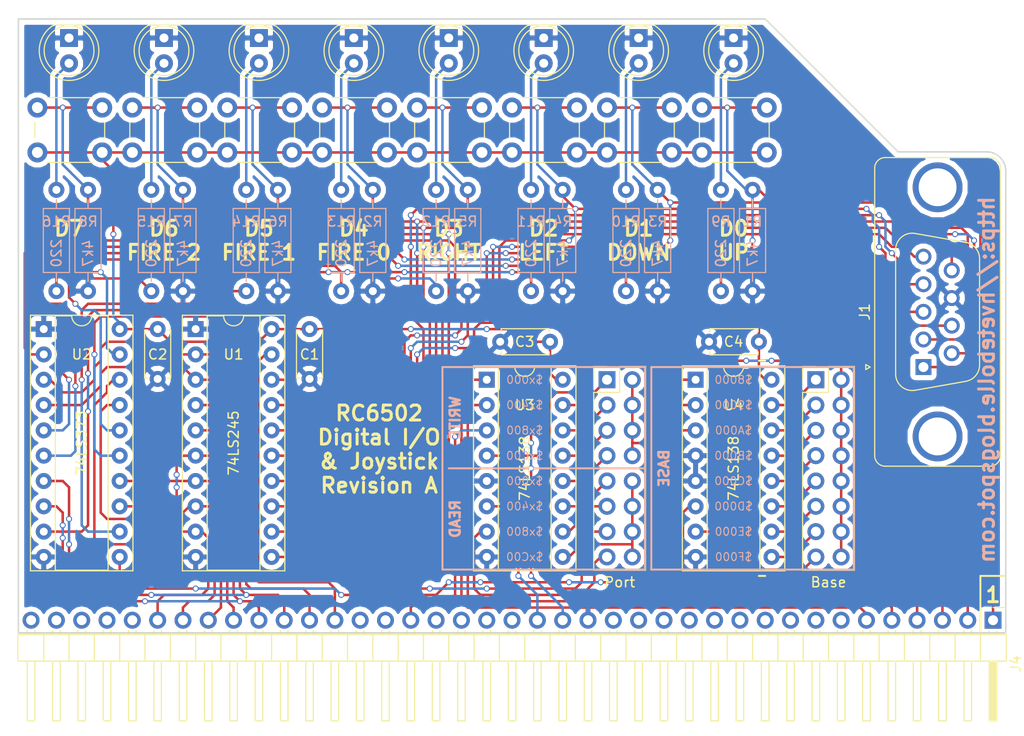
<source format=kicad_pcb>
(kicad_pcb (version 4) (host pcbnew 4.0.7)
  (layers (0 F.Cu signal) (31 B.Cu signal) (34 B.Paste user) (35 F.Paste user) (36 B.SilkS user) (37 F.SilkS user) (38 B.Mask user) (39 F.Mask user) (44 Edge.Cuts user))
  (net 0 "")
  (net 1 GND)
  (net 2 VCC)
  (net 3 "Net-(J2-Pad1)")
  (net 4 WRITE)
  (net 5 "Net-(J2-Pad3)")
  (net 6 "Net-(J2-Pad5)")
  (net 7 "Net-(J2-Pad7)")
  (net 8 "Net-(J2-Pad9)")
  (net 9 READ)
  (net 10 "Net-(J2-Pad11)")
  (net 11 "Net-(J2-Pad13)")
  (net 12 "Net-(J2-Pad15)")
  (net 13 "Net-(J3-Pad1)")
  (net 14 "Net-(J3-Pad10)")
  (net 15 "Net-(J3-Pad3)")
  (net 16 "Net-(J3-Pad5)")
  (net 17 "Net-(J3-Pad7)")
  (net 18 "Net-(J3-Pad9)")
  (net 19 "Net-(J3-Pad11)")
  (net 20 "Net-(J3-Pad13)")
  (net 21 "Net-(J3-Pad15)")
  (net 22 /A15)
  (net 23 /A14)
  (net 24 /A13)
  (net 25 /A12)
  (net 26 /A11)
  (net 27 /A10)
  (net 28 /Phi2)
  (net 29 /R/~W)
  (net 30 /D0)
  (net 31 /D1)
  (net 32 /D2)
  (net 33 /D3)
  (net 34 /D4)
  (net 35 /D5)
  (net 36 /D6)
  (net 37 /D7)
  (net 38 "Net-(D1-Pad2)")
  (net 39 "Net-(D2-Pad2)")
  (net 40 "Net-(D3-Pad2)")
  (net 41 "Net-(D4-Pad2)")
  (net 42 "Net-(D5-Pad2)")
  (net 43 "Net-(D6-Pad2)")
  (net 44 "Net-(D7-Pad2)")
  (net 45 "Net-(D8-Pad2)")
  (net 46 /IN_D0_UP)
  (net 47 /IN_D1_DOWN)
  (net 48 /IN_D2_LEFT)
  (net 49 /IN_D3_RIGHT)
  (net 50 /IN_D6_FIRE2)
  (net 51 /IN_D4_FIRE0)
  (net 52 /IN_D5_FIRE1)
  (net 53 /IN_D7)
  (net 54 /OUT_D0_UP)
  (net 55 /OUT_D1_DOWN)
  (net 56 /OUT_D2_LEFT)
  (net 57 /OUT_D3_RIGHT)
  (net 58 /OUT_D4_FIRE0)
  (net 59 /OUT_D5_FIRE1)
  (net 60 /OUT_D6_FIRE2)
  (net 61 /OUT_D7)
  (module Pin_Headers:Pin_Header_Straight_2x08_Pitch2.54mm (layer F.Cu) (at 135.255 117.475)
    (fp_text reference J2)
    (fp_text value Port (at 1.27 20.32) (layer F.SilkS))
    (pad 1 thru_hole rect (at 0 0) (size 1.7 1.7) (drill 1) (layers *.Cu *.Mask) (net 3 "Net-(J2-Pad1)"))
    (pad 2 thru_hole oval (at 2.54 0) (size 1.7 1.7) (drill 1) (layers *.Cu *.Mask) (net 4 WRITE))
    (pad 3 thru_hole oval (at 0 2.54) (size 1.7 1.7) (drill 1) (layers *.Cu *.Mask) (net 5 "Net-(J2-Pad3)"))
    (pad 4 thru_hole oval (at 2.54 2.54) (size 1.7 1.7) (drill 1) (layers *.Cu *.Mask) (net 4 WRITE))
    (pad 5 thru_hole oval (at 0 5.08) (size 1.7 1.7) (drill 1) (layers *.Cu *.Mask) (net 6 "Net-(J2-Pad5)"))
    (pad 6 thru_hole oval (at 2.54 5.08) (size 1.7 1.7) (drill 1) (layers *.Cu *.Mask) (net 4 WRITE))
    (pad 7 thru_hole oval (at 0 7.62) (size 1.7 1.7) (drill 1) (layers *.Cu *.Mask) (net 7 "Net-(J2-Pad7)"))
    (pad 8 thru_hole oval (at 2.54 7.62) (size 1.7 1.7) (drill 1) (layers *.Cu *.Mask) (net 4 WRITE))
    (pad 9 thru_hole oval (at 0 10.16) (size 1.7 1.7) (drill 1) (layers *.Cu *.Mask) (net 8 "Net-(J2-Pad9)"))
    (pad 10 thru_hole oval (at 2.54 10.16) (size 1.7 1.7) (drill 1) (layers *.Cu *.Mask) (net 9 READ))
    (pad 11 thru_hole oval (at 0 12.7) (size 1.7 1.7) (drill 1) (layers *.Cu *.Mask) (net 10 "Net-(J2-Pad11)"))
    (pad 12 thru_hole oval (at 2.54 12.7) (size 1.7 1.7) (drill 1) (layers *.Cu *.Mask) (net 9 READ))
    (pad 13 thru_hole oval (at 0 15.24) (size 1.7 1.7) (drill 1) (layers *.Cu *.Mask) (net 11 "Net-(J2-Pad13)"))
    (pad 14 thru_hole oval (at 2.54 15.24) (size 1.7 1.7) (drill 1) (layers *.Cu *.Mask) (net 9 READ))
    (pad 15 thru_hole oval (at 0 17.78) (size 1.7 1.7) (drill 1) (layers *.Cu *.Mask) (net 12 "Net-(J2-Pad15)"))
    (pad 16 thru_hole oval (at 2.54 17.78) (size 1.7 1.7) (drill 1) (layers *.Cu *.Mask) (net 9 READ))
  )
  (module Pin_Headers:Pin_Header_Straight_2x08_Pitch2.54mm (layer F.Cu) (at 156.21 117.475)
    (fp_text reference J3)
    (fp_text value Base (at 1.27 20.32) (layer F.SilkS))
    (pad 1 thru_hole rect (at 0 0) (size 1.7 1.7) (drill 1) (layers *.Cu *.Mask) (net 13 "Net-(J3-Pad1)"))
    (pad 2 thru_hole oval (at 2.54 0) (size 1.7 1.7) (drill 1) (layers *.Cu *.Mask) (net 14 "Net-(J3-Pad10)"))
    (pad 3 thru_hole oval (at 0 2.54) (size 1.7 1.7) (drill 1) (layers *.Cu *.Mask) (net 15 "Net-(J3-Pad3)"))
    (pad 4 thru_hole oval (at 2.54 2.54) (size 1.7 1.7) (drill 1) (layers *.Cu *.Mask) (net 14 "Net-(J3-Pad10)"))
    (pad 5 thru_hole oval (at 0 5.08) (size 1.7 1.7) (drill 1) (layers *.Cu *.Mask) (net 16 "Net-(J3-Pad5)"))
    (pad 6 thru_hole oval (at 2.54 5.08) (size 1.7 1.7) (drill 1) (layers *.Cu *.Mask) (net 14 "Net-(J3-Pad10)"))
    (pad 7 thru_hole oval (at 0 7.62) (size 1.7 1.7) (drill 1) (layers *.Cu *.Mask) (net 17 "Net-(J3-Pad7)"))
    (pad 8 thru_hole oval (at 2.54 7.62) (size 1.7 1.7) (drill 1) (layers *.Cu *.Mask) (net 14 "Net-(J3-Pad10)"))
    (pad 9 thru_hole oval (at 0 10.16) (size 1.7 1.7) (drill 1) (layers *.Cu *.Mask) (net 18 "Net-(J3-Pad9)"))
    (pad 10 thru_hole oval (at 2.54 10.16) (size 1.7 1.7) (drill 1) (layers *.Cu *.Mask) (net 14 "Net-(J3-Pad10)"))
    (pad 11 thru_hole oval (at 0 12.7) (size 1.7 1.7) (drill 1) (layers *.Cu *.Mask) (net 19 "Net-(J3-Pad11)"))
    (pad 12 thru_hole oval (at 2.54 12.7) (size 1.7 1.7) (drill 1) (layers *.Cu *.Mask) (net 14 "Net-(J3-Pad10)"))
    (pad 13 thru_hole oval (at 0 15.24) (size 1.7 1.7) (drill 1) (layers *.Cu *.Mask) (net 20 "Net-(J3-Pad13)"))
    (pad 14 thru_hole oval (at 2.54 15.24) (size 1.7 1.7) (drill 1) (layers *.Cu *.Mask) (net 14 "Net-(J3-Pad10)"))
    (pad 15 thru_hole oval (at 0 17.78) (size 1.7 1.7) (drill 1) (layers *.Cu *.Mask) (net 21 "Net-(J3-Pad15)"))
    (pad 16 thru_hole oval (at 2.54 17.78) (size 1.7 1.7) (drill 1) (layers *.Cu *.Mask) (net 14 "Net-(J3-Pad10)"))
  )
  (module Pin_Headers:Pin_Header_Angled_1x39_Pitch2.54mm (layer F.Cu) (at 173.99 141.605 270)
    (fp_text reference J4 (at 4.385 -2.27 270) (layer F.SilkS))
    (fp_text value RC6502_Backplane)
    (pad 1 thru_hole rect (at 0 0 270) (size 1.7 1.7) (drill 1) (layers *.Cu *.Mask) (net 22 /A15))
    (pad 2 thru_hole oval (at 0 2.54 270) (size 1.7 1.7) (drill 1) (layers *.Cu *.Mask) (net 23 /A14))
    (pad 3 thru_hole oval (at 0 5.08 270) (size 1.7 1.7) (drill 1) (layers *.Cu *.Mask) (net 24 /A13))
    (pad 4 thru_hole oval (at 0 7.62 270) (size 1.7 1.7) (drill 1) (layers *.Cu *.Mask) (net 25 /A12))
    (pad 5 thru_hole oval (at 0 10.16 270) (size 1.7 1.7) (drill 1) (layers *.Cu *.Mask) (net 26 /A11))
    (pad 6 thru_hole oval (at 0 12.7 270) (size 1.7 1.7) (drill 1) (layers *.Cu *.Mask) (net 27 /A10))
    (pad 7 thru_hole oval (at 0 15.24 270) (size 1.7 1.7) (drill 1) (layers *.Cu *.Mask))
    (pad 8 thru_hole oval (at 0 17.78 270) (size 1.7 1.7) (drill 1) (layers *.Cu *.Mask))
    (pad 9 thru_hole oval (at 0 20.32 270) (size 1.7 1.7) (drill 1) (layers *.Cu *.Mask))
    (pad 10 thru_hole oval (at 0 22.86 270) (size 1.7 1.7) (drill 1) (layers *.Cu *.Mask))
    (pad 11 thru_hole oval (at 0 25.4 270) (size 1.7 1.7) (drill 1) (layers *.Cu *.Mask))
    (pad 12 thru_hole oval (at 0 27.94 270) (size 1.7 1.7) (drill 1) (layers *.Cu *.Mask))
    (pad 13 thru_hole oval (at 0 30.48 270) (size 1.7 1.7) (drill 1) (layers *.Cu *.Mask))
    (pad 14 thru_hole oval (at 0 33.02 270) (size 1.7 1.7) (drill 1) (layers *.Cu *.Mask))
    (pad 15 thru_hole oval (at 0 35.56 270) (size 1.7 1.7) (drill 1) (layers *.Cu *.Mask))
    (pad 16 thru_hole oval (at 0 38.1 270) (size 1.7 1.7) (drill 1) (layers *.Cu *.Mask))
    (pad 17 thru_hole oval (at 0 40.64 270) (size 1.7 1.7) (drill 1) (layers *.Cu *.Mask) (net 1 GND))
    (pad 18 thru_hole oval (at 0 43.18 270) (size 1.7 1.7) (drill 1) (layers *.Cu *.Mask) (net 2 VCC))
    (pad 19 thru_hole oval (at 0 45.72 270) (size 1.7 1.7) (drill 1) (layers *.Cu *.Mask) (net 28 /Phi2))
    (pad 20 thru_hole oval (at 0 48.26 270) (size 1.7 1.7) (drill 1) (layers *.Cu *.Mask))
    (pad 21 thru_hole oval (at 0 50.8 270) (size 1.7 1.7) (drill 1) (layers *.Cu *.Mask))
    (pad 22 thru_hole oval (at 0 53.34 270) (size 1.7 1.7) (drill 1) (layers *.Cu *.Mask))
    (pad 23 thru_hole oval (at 0 55.88 270) (size 1.7 1.7) (drill 1) (layers *.Cu *.Mask))
    (pad 24 thru_hole oval (at 0 58.42 270) (size 1.7 1.7) (drill 1) (layers *.Cu *.Mask) (net 29 /R/~W))
    (pad 25 thru_hole oval (at 0 60.96 270) (size 1.7 1.7) (drill 1) (layers *.Cu *.Mask))
    (pad 26 thru_hole oval (at 0 63.5 270) (size 1.7 1.7) (drill 1) (layers *.Cu *.Mask))
    (pad 27 thru_hole oval (at 0 66.04 270) (size 1.7 1.7) (drill 1) (layers *.Cu *.Mask) (net 30 /D0))
    (pad 28 thru_hole oval (at 0 68.58 270) (size 1.7 1.7) (drill 1) (layers *.Cu *.Mask) (net 31 /D1))
    (pad 29 thru_hole oval (at 0 71.12 270) (size 1.7 1.7) (drill 1) (layers *.Cu *.Mask) (net 32 /D2))
    (pad 30 thru_hole oval (at 0 73.66 270) (size 1.7 1.7) (drill 1) (layers *.Cu *.Mask) (net 33 /D3))
    (pad 31 thru_hole oval (at 0 76.2 270) (size 1.7 1.7) (drill 1) (layers *.Cu *.Mask) (net 34 /D4))
    (pad 32 thru_hole oval (at 0 78.74 270) (size 1.7 1.7) (drill 1) (layers *.Cu *.Mask) (net 35 /D5))
    (pad 33 thru_hole oval (at 0 81.28 270) (size 1.7 1.7) (drill 1) (layers *.Cu *.Mask) (net 36 /D6))
    (pad 34 thru_hole oval (at 0 83.82 270) (size 1.7 1.7) (drill 1) (layers *.Cu *.Mask) (net 37 /D7))
    (pad 35 thru_hole oval (at 0 86.36 270) (size 1.7 1.7) (drill 1) (layers *.Cu *.Mask))
    (pad 36 thru_hole oval (at 0 88.9 270) (size 1.7 1.7) (drill 1) (layers *.Cu *.Mask))
    (pad 37 thru_hole oval (at 0 91.44 270) (size 1.7 1.7) (drill 1) (layers *.Cu *.Mask))
    (pad 38 thru_hole oval (at 0 93.98 270) (size 1.7 1.7) (drill 1) (layers *.Cu *.Mask))
    (pad 39 thru_hole oval (at 0 96.52 270) (size 1.7 1.7) (drill 1) (layers *.Cu *.Mask))
  )
  (module Resistors_THT:R_Axial_DIN0207_L6.3mm_D2.5mm_P10.16mm_Horizontal (layer B.Cu) (at 111.76 98.425 270)
    (fp_text reference R2 (at 3.175 0 540) (layer B.SilkS) (effects (justify mirror)))
    (fp_text value 4k7 (at 6.35 0 270) (layer B.SilkS) (effects (justify mirror)))
    (pad 1 thru_hole circle (at 0 0 270) (size 1.6 1.6) (drill 0.8) (layers *.Cu *.Mask) (net 51 /IN_D4_FIRE0))
    (pad 2 thru_hole oval (at 10.16 0 270) (size 1.6 1.6) (drill 0.8) (layers *.Cu *.Mask) (net 1 GND))
  )
  (module Capacitors_THT:C_Disc_D4.7mm_W2.5mm_P5.00mm (layer F.Cu) (at 105.41 112.395 270)
    (fp_text reference C1 (at 2.54 0 540) (layer F.SilkS))
    (fp_text value 100nF)
    (pad 1 thru_hole circle (at 0 0 270) (size 1.6 1.6) (drill 0.8) (layers *.Cu *.Mask) (net 2 VCC))
    (pad 2 thru_hole circle (at 5 0 270) (size 1.6 1.6) (drill 0.8) (layers *.Cu *.Mask) (net 1 GND))
  )
  (module Capacitors_THT:C_Disc_D4.7mm_W2.5mm_P5.00mm (layer F.Cu) (at 90.17 112.395 270)
    (fp_text reference C2 (at 2.54 0 360) (layer F.SilkS))
    (fp_text value 100nF)
    (pad 1 thru_hole circle (at 0 0 270) (size 1.6 1.6) (drill 0.8) (layers *.Cu *.Mask) (net 2 VCC))
    (pad 2 thru_hole circle (at 5 0 270) (size 1.6 1.6) (drill 0.8) (layers *.Cu *.Mask) (net 1 GND))
  )
  (module Capacitors_THT:C_Disc_D4.7mm_W2.5mm_P5.00mm (layer F.Cu) (at 129.54 113.665 180)
    (fp_text reference C3 (at 2.54 0 180) (layer F.SilkS))
    (fp_text value 100nF)
    (pad 1 thru_hole circle (at 0 0 180) (size 1.6 1.6) (drill 0.8) (layers *.Cu *.Mask) (net 2 VCC))
    (pad 2 thru_hole circle (at 5 0 180) (size 1.6 1.6) (drill 0.8) (layers *.Cu *.Mask) (net 1 GND))
  )
  (module Capacitors_THT:C_Disc_D4.7mm_W2.5mm_P5.00mm (layer F.Cu) (at 150.495 113.665 180)
    (fp_text reference C4 (at 2.54 0 180) (layer F.SilkS))
    (fp_text value 100nF)
    (pad 1 thru_hole circle (at 0 0 180) (size 1.6 1.6) (drill 0.8) (layers *.Cu *.Mask) (net 2 VCC))
    (pad 2 thru_hole circle (at 5 0 180) (size 1.6 1.6) (drill 0.8) (layers *.Cu *.Mask) (net 1 GND))
  )
  (module LEDs:LED_D5.0mm (layer F.Cu) (at 147.955 83.185 270)
    (fp_text reference D1 hide)
    (fp_text value LED_Small)
    (pad 1 thru_hole rect (at 0 0 270) (size 1.8 1.8) (drill 0.9) (layers *.Cu *.Mask) (net 1 GND))
    (pad 2 thru_hole circle (at 2.54 0 270) (size 1.8 1.8) (drill 0.9) (layers *.Cu *.Mask) (net 38 "Net-(D1-Pad2)"))
  )
  (module LEDs:LED_D5.0mm (layer F.Cu) (at 138.43 83.185 270)
    (fp_text reference D2 hide)
    (fp_text value LED_Small)
    (pad 1 thru_hole rect (at 0 0 270) (size 1.8 1.8) (drill 0.9) (layers *.Cu *.Mask) (net 1 GND))
    (pad 2 thru_hole circle (at 2.54 0 270) (size 1.8 1.8) (drill 0.9) (layers *.Cu *.Mask) (net 39 "Net-(D2-Pad2)"))
  )
  (module LEDs:LED_D5.0mm (layer F.Cu) (at 128.905 83.185 270)
    (fp_text reference D3 hide)
    (fp_text value LED_Small)
    (pad 1 thru_hole rect (at 0 0 270) (size 1.8 1.8) (drill 0.9) (layers *.Cu *.Mask) (net 1 GND))
    (pad 2 thru_hole circle (at 2.54 0 270) (size 1.8 1.8) (drill 0.9) (layers *.Cu *.Mask) (net 40 "Net-(D3-Pad2)"))
  )
  (module LEDs:LED_D5.0mm (layer F.Cu) (at 119.38 83.185 270)
    (fp_text reference D4 hide)
    (fp_text value LED_Small)
    (pad 1 thru_hole rect (at 0 0 270) (size 1.8 1.8) (drill 0.9) (layers *.Cu *.Mask) (net 1 GND))
    (pad 2 thru_hole circle (at 2.54 0 270) (size 1.8 1.8) (drill 0.9) (layers *.Cu *.Mask) (net 41 "Net-(D4-Pad2)"))
  )
  (module LEDs:LED_D5.0mm (layer F.Cu) (at 109.855 83.185 270)
    (fp_text reference D5 hide)
    (fp_text value LED_Small)
    (pad 1 thru_hole rect (at 0 0 270) (size 1.8 1.8) (drill 0.9) (layers *.Cu *.Mask) (net 1 GND))
    (pad 2 thru_hole circle (at 2.54 0 270) (size 1.8 1.8) (drill 0.9) (layers *.Cu *.Mask) (net 42 "Net-(D5-Pad2)"))
  )
  (module LEDs:LED_D5.0mm (layer F.Cu) (at 100.33 83.185 270)
    (fp_text reference D6 hide)
    (fp_text value LED_Small)
    (pad 1 thru_hole rect (at 0 0 270) (size 1.8 1.8) (drill 0.9) (layers *.Cu *.Mask) (net 1 GND))
    (pad 2 thru_hole circle (at 2.54 0 270) (size 1.8 1.8) (drill 0.9) (layers *.Cu *.Mask) (net 43 "Net-(D6-Pad2)"))
  )
  (module LEDs:LED_D5.0mm (layer F.Cu) (at 90.805 83.185 270)
    (fp_text reference D7 hide)
    (fp_text value LED_Small)
    (pad 1 thru_hole rect (at 0 0 270) (size 1.8 1.8) (drill 0.9) (layers *.Cu *.Mask) (net 1 GND))
    (pad 2 thru_hole circle (at 2.54 0 270) (size 1.8 1.8) (drill 0.9) (layers *.Cu *.Mask) (net 44 "Net-(D7-Pad2)"))
  )
  (module LEDs:LED_D5.0mm (layer F.Cu) (at 81.28 83.185 270)
    (fp_text reference D8 hide)
    (fp_text value LED_Small)
    (pad 1 thru_hole rect (at 0 0 270) (size 1.8 1.8) (drill 0.9) (layers *.Cu *.Mask) (net 1 GND))
    (pad 2 thru_hole circle (at 2.54 0 270) (size 1.8 1.8) (drill 0.9) (layers *.Cu *.Mask) (net 45 "Net-(D8-Pad2)"))
  )
  (module RND_DSUB:DSUB-9_Male_Vertical_Pitch2.77x2.84mm (layer F.Cu) (at 167.005 116.205 90)
    (fp_text reference J1 (at 5.54 -5.89 90) (layer F.SilkS))
    (fp_text value Atari_Joystick)
    (pad 1 thru_hole rect (at 0 0 90) (size 1.6 1.6) (drill 1) (layers *.Cu *.Mask) (net 46 /IN_D0_UP))
    (pad 2 thru_hole circle (at 2.77 0 90) (size 1.6 1.6) (drill 1) (layers *.Cu *.Mask) (net 47 /IN_D1_DOWN))
    (pad 3 thru_hole circle (at 5.54 0 90) (size 1.6 1.6) (drill 1) (layers *.Cu *.Mask) (net 48 /IN_D2_LEFT))
    (pad 4 thru_hole circle (at 8.31 0 90) (size 1.6 1.6) (drill 1) (layers *.Cu *.Mask) (net 49 /IN_D3_RIGHT))
    (pad 5 thru_hole circle (at 11.08 0 90) (size 1.6 1.6) (drill 1) (layers *.Cu *.Mask) (net 50 /IN_D6_FIRE2))
    (pad 6 thru_hole circle (at 1.385 2.84 90) (size 1.6 1.6) (drill 1) (layers *.Cu *.Mask) (net 51 /IN_D4_FIRE0))
    (pad 7 thru_hole circle (at 4.155 2.84 90) (size 1.6 1.6) (drill 1) (layers *.Cu *.Mask) (net 2 VCC))
    (pad 8 thru_hole circle (at 6.925 2.84 90) (size 1.6 1.6) (drill 1) (layers *.Cu *.Mask) (net 1 GND))
    (pad 9 thru_hole circle (at 9.695 2.84 90) (size 1.6 1.6) (drill 1) (layers *.Cu *.Mask) (net 52 /IN_D5_FIRE1))
    (pad "" np_thru_hole circle (at 18.04 1.42 90) (size 5 5) (drill 3.8) (layers *.Cu *.Mask))
    (pad "" np_thru_hole circle (at -6.96 1.42 90) (size 5 5) (drill 3.8) (layers *.Cu *.Mask))
  )
  (module Resistors_THT:R_Axial_DIN0207_L6.3mm_D2.5mm_P10.16mm_Horizontal (layer B.Cu) (at 149.86 98.425 270)
    (fp_text reference R1 (at 3.175 0 540) (layer B.SilkS) (effects (justify mirror)))
    (fp_text value 4k7 (at 6.35 0 270) (layer B.SilkS) (effects (justify mirror)))
    (pad 1 thru_hole circle (at 0 0 270) (size 1.6 1.6) (drill 0.8) (layers *.Cu *.Mask) (net 46 /IN_D0_UP))
    (pad 2 thru_hole oval (at 10.16 0 270) (size 1.6 1.6) (drill 0.8) (layers *.Cu *.Mask) (net 1 GND))
  )
  (module Resistors_THT:R_Axial_DIN0207_L6.3mm_D2.5mm_P10.16mm_Horizontal (layer B.Cu) (at 140.335 98.425 270)
    (fp_text reference R3 (at 3.175 0 540) (layer B.SilkS) (effects (justify mirror)))
    (fp_text value 4k7 (at 6.35 0 270) (layer B.SilkS) (effects (justify mirror)))
    (pad 1 thru_hole circle (at 0 0 270) (size 1.6 1.6) (drill 0.8) (layers *.Cu *.Mask) (net 47 /IN_D1_DOWN))
    (pad 2 thru_hole oval (at 10.16 0 270) (size 1.6 1.6) (drill 0.8) (layers *.Cu *.Mask) (net 1 GND))
  )
  (module Resistors_THT:R_Axial_DIN0207_L6.3mm_D2.5mm_P10.16mm_Horizontal (layer B.Cu) (at 130.81 98.425 270)
    (fp_text reference R4 (at 3.175 0 540) (layer B.SilkS) (effects (justify mirror)))
    (fp_text value 4k7 (at 6.35 0 270) (layer B.SilkS) (effects (justify mirror)))
    (pad 1 thru_hole circle (at 0 0 270) (size 1.6 1.6) (drill 0.8) (layers *.Cu *.Mask) (net 48 /IN_D2_LEFT))
    (pad 2 thru_hole oval (at 10.16 0 270) (size 1.6 1.6) (drill 0.8) (layers *.Cu *.Mask) (net 1 GND))
  )
  (module Resistors_THT:R_Axial_DIN0207_L6.3mm_D2.5mm_P10.16mm_Horizontal (layer B.Cu) (at 121.285 98.425 270)
    (fp_text reference R5 (at 3.175 0 540) (layer B.SilkS) (effects (justify mirror)))
    (fp_text value 4k7 (at 6.35 0 270) (layer B.SilkS) (effects (justify mirror)))
    (pad 1 thru_hole circle (at 0 0 270) (size 1.6 1.6) (drill 0.8) (layers *.Cu *.Mask) (net 49 /IN_D3_RIGHT))
    (pad 2 thru_hole oval (at 10.16 0 270) (size 1.6 1.6) (drill 0.8) (layers *.Cu *.Mask) (net 1 GND))
  )
  (module Resistors_THT:R_Axial_DIN0207_L6.3mm_D2.5mm_P10.16mm_Horizontal (layer B.Cu) (at 102.235 98.425 270)
    (fp_text reference R6 (at 3.175 0 540) (layer B.SilkS) (effects (justify mirror)))
    (fp_text value 4k7 (at 6.35 0 270) (layer B.SilkS) (effects (justify mirror)))
    (pad 1 thru_hole circle (at 0 0 270) (size 1.6 1.6) (drill 0.8) (layers *.Cu *.Mask) (net 52 /IN_D5_FIRE1))
    (pad 2 thru_hole oval (at 10.16 0 270) (size 1.6 1.6) (drill 0.8) (layers *.Cu *.Mask) (net 1 GND))
  )
  (module Resistors_THT:R_Axial_DIN0207_L6.3mm_D2.5mm_P10.16mm_Horizontal (layer B.Cu) (at 92.71 98.425 270)
    (fp_text reference R7 (at 3.175 0 540) (layer B.SilkS) (effects (justify mirror)))
    (fp_text value 4k7 (at 6.35 0 270) (layer B.SilkS) (effects (justify mirror)))
    (pad 1 thru_hole circle (at 0 0 270) (size 1.6 1.6) (drill 0.8) (layers *.Cu *.Mask) (net 50 /IN_D6_FIRE2))
    (pad 2 thru_hole oval (at 10.16 0 270) (size 1.6 1.6) (drill 0.8) (layers *.Cu *.Mask) (net 1 GND))
  )
  (module Resistors_THT:R_Axial_DIN0207_L6.3mm_D2.5mm_P10.16mm_Horizontal (layer B.Cu) (at 83.185 98.425 270)
    (fp_text reference R8 (at 3.175 0 540) (layer B.SilkS) (effects (justify mirror)))
    (fp_text value 4k7 (at 6.35 0 270) (layer B.SilkS) (effects (justify mirror)))
    (pad 1 thru_hole circle (at 0 0 270) (size 1.6 1.6) (drill 0.8) (layers *.Cu *.Mask) (net 53 /IN_D7))
    (pad 2 thru_hole oval (at 10.16 0 270) (size 1.6 1.6) (drill 0.8) (layers *.Cu *.Mask) (net 1 GND))
  )
  (module Resistors_THT:R_Axial_DIN0207_L6.3mm_D2.5mm_P10.16mm_Horizontal (layer B.Cu) (at 146.685 98.425 270)
    (fp_text reference R9 (at 3.175 0 540) (layer B.SilkS) (effects (justify mirror)))
    (fp_text value 220 (at 6.35 0 270) (layer B.SilkS) (effects (justify mirror)))
    (pad 1 thru_hole circle (at 0 0 270) (size 1.6 1.6) (drill 0.8) (layers *.Cu *.Mask) (net 38 "Net-(D1-Pad2)"))
    (pad 2 thru_hole oval (at 10.16 0 270) (size 1.6 1.6) (drill 0.8) (layers *.Cu *.Mask) (net 54 /OUT_D0_UP))
  )
  (module Resistors_THT:R_Axial_DIN0207_L6.3mm_D2.5mm_P10.16mm_Horizontal (layer B.Cu) (at 137.16 98.425 270)
    (fp_text reference R10 (at 3.175 0 540) (layer B.SilkS) (effects (justify mirror)))
    (fp_text value 220 (at 6.35 0 270) (layer B.SilkS) (effects (justify mirror)))
    (pad 1 thru_hole circle (at 0 0 270) (size 1.6 1.6) (drill 0.8) (layers *.Cu *.Mask) (net 39 "Net-(D2-Pad2)"))
    (pad 2 thru_hole oval (at 10.16 0 270) (size 1.6 1.6) (drill 0.8) (layers *.Cu *.Mask) (net 55 /OUT_D1_DOWN))
  )
  (module Resistors_THT:R_Axial_DIN0207_L6.3mm_D2.5mm_P10.16mm_Horizontal (layer B.Cu) (at 127.635 98.425 270)
    (fp_text reference R11 (at 3.175 0 540) (layer B.SilkS) (effects (justify mirror)))
    (fp_text value 220 (at 6.35 0 270) (layer B.SilkS) (effects (justify mirror)))
    (pad 1 thru_hole circle (at 0 0 270) (size 1.6 1.6) (drill 0.8) (layers *.Cu *.Mask) (net 40 "Net-(D3-Pad2)"))
    (pad 2 thru_hole oval (at 10.16 0 270) (size 1.6 1.6) (drill 0.8) (layers *.Cu *.Mask) (net 56 /OUT_D2_LEFT))
  )
  (module Resistors_THT:R_Axial_DIN0207_L6.3mm_D2.5mm_P10.16mm_Horizontal (layer B.Cu) (at 118.11 98.425 270)
    (fp_text reference R12 (at 3.175 0 540) (layer B.SilkS) (effects (justify mirror)))
    (fp_text value 220 (at 6.35 0 270) (layer B.SilkS) (effects (justify mirror)))
    (pad 1 thru_hole circle (at 0 0 270) (size 1.6 1.6) (drill 0.8) (layers *.Cu *.Mask) (net 41 "Net-(D4-Pad2)"))
    (pad 2 thru_hole oval (at 10.16 0 270) (size 1.6 1.6) (drill 0.8) (layers *.Cu *.Mask) (net 57 /OUT_D3_RIGHT))
  )
  (module Resistors_THT:R_Axial_DIN0207_L6.3mm_D2.5mm_P10.16mm_Horizontal (layer B.Cu) (at 108.585 98.425 270)
    (fp_text reference R13 (at 3.175 0 540) (layer B.SilkS) (effects (justify mirror)))
    (fp_text value 220 (at 6.35 0 270) (layer B.SilkS) (effects (justify mirror)))
    (pad 1 thru_hole circle (at 0 0 270) (size 1.6 1.6) (drill 0.8) (layers *.Cu *.Mask) (net 42 "Net-(D5-Pad2)"))
    (pad 2 thru_hole oval (at 10.16 0 270) (size 1.6 1.6) (drill 0.8) (layers *.Cu *.Mask) (net 58 /OUT_D4_FIRE0))
  )
  (module Resistors_THT:R_Axial_DIN0207_L6.3mm_D2.5mm_P10.16mm_Horizontal (layer B.Cu) (at 99.06 98.425 270)
    (fp_text reference R14 (at 3.175 0 540) (layer B.SilkS) (effects (justify mirror)))
    (fp_text value 220 (at 6.35 0 270) (layer B.SilkS) (effects (justify mirror)))
    (pad 1 thru_hole circle (at 0 0 270) (size 1.6 1.6) (drill 0.8) (layers *.Cu *.Mask) (net 43 "Net-(D6-Pad2)"))
    (pad 2 thru_hole oval (at 10.16 0 270) (size 1.6 1.6) (drill 0.8) (layers *.Cu *.Mask) (net 59 /OUT_D5_FIRE1))
  )
  (module Resistors_THT:R_Axial_DIN0207_L6.3mm_D2.5mm_P10.16mm_Horizontal (layer B.Cu) (at 89.535 98.425 270)
    (fp_text reference R15 (at 3.175 0 540) (layer B.SilkS) (effects (justify mirror)))
    (fp_text value 220 (at 6.35 0 270) (layer B.SilkS) (effects (justify mirror)))
    (pad 1 thru_hole circle (at 0 0 270) (size 1.6 1.6) (drill 0.8) (layers *.Cu *.Mask) (net 44 "Net-(D7-Pad2)"))
    (pad 2 thru_hole oval (at 10.16 0 270) (size 1.6 1.6) (drill 0.8) (layers *.Cu *.Mask) (net 60 /OUT_D6_FIRE2))
  )
  (module Resistors_THT:R_Axial_DIN0207_L6.3mm_D2.5mm_P10.16mm_Horizontal (layer B.Cu) (at 80.01 98.425 270)
    (fp_text reference R16 (at 3.175 0 540) (layer B.SilkS) (effects (justify mirror)))
    (fp_text value 220 (at 6.35 0 270) (layer B.SilkS) (effects (justify mirror)))
    (pad 1 thru_hole circle (at 0 0 270) (size 1.6 1.6) (drill 0.8) (layers *.Cu *.Mask) (net 45 "Net-(D8-Pad2)"))
    (pad 2 thru_hole oval (at 10.16 0 270) (size 1.6 1.6) (drill 0.8) (layers *.Cu *.Mask) (net 61 /OUT_D7))
  )
  (module Buttons_Switches_THT:SW_PUSH_6mm_h5mm (layer F.Cu) (at 144.78 90.17)
    (fp_text reference SW1 hide)
    (fp_text value SW_Push hide)
    (pad 2 thru_hole circle (at 0 4.5 90) (size 2 2) (drill 1.1) (layers *.Cu *.Mask) (net 2 VCC))
    (pad 1 thru_hole circle (at 0 0 90) (size 2 2) (drill 1.1) (layers *.Cu *.Mask) (net 46 /IN_D0_UP))
    (pad 2 thru_hole circle (at 6.5 4.5 90) (size 2 2) (drill 1.1) (layers *.Cu *.Mask) (net 2 VCC))
    (pad 1 thru_hole circle (at 6.5 0 90) (size 2 2) (drill 1.1) (layers *.Cu *.Mask) (net 46 /IN_D0_UP))
  )
  (module Buttons_Switches_THT:SW_PUSH_6mm_h5mm (layer F.Cu) (at 135.255 90.17)
    (fp_text reference SW2 hide)
    (fp_text value SW_Push hide)
    (pad 2 thru_hole circle (at 0 4.5 90) (size 2 2) (drill 1.1) (layers *.Cu *.Mask) (net 2 VCC))
    (pad 1 thru_hole circle (at 0 0 90) (size 2 2) (drill 1.1) (layers *.Cu *.Mask) (net 47 /IN_D1_DOWN))
    (pad 2 thru_hole circle (at 6.5 4.5 90) (size 2 2) (drill 1.1) (layers *.Cu *.Mask) (net 2 VCC))
    (pad 1 thru_hole circle (at 6.5 0 90) (size 2 2) (drill 1.1) (layers *.Cu *.Mask) (net 47 /IN_D1_DOWN))
  )
  (module Buttons_Switches_THT:SW_PUSH_6mm_h5mm (layer F.Cu) (at 125.73 90.17)
    (fp_text reference SW3 hide)
    (fp_text value SW_Push hide)
    (pad 2 thru_hole circle (at 0 4.5 90) (size 2 2) (drill 1.1) (layers *.Cu *.Mask) (net 2 VCC))
    (pad 1 thru_hole circle (at 0 0 90) (size 2 2) (drill 1.1) (layers *.Cu *.Mask) (net 48 /IN_D2_LEFT))
    (pad 2 thru_hole circle (at 6.5 4.5 90) (size 2 2) (drill 1.1) (layers *.Cu *.Mask) (net 2 VCC))
    (pad 1 thru_hole circle (at 6.5 0 90) (size 2 2) (drill 1.1) (layers *.Cu *.Mask) (net 48 /IN_D2_LEFT))
  )
  (module Buttons_Switches_THT:SW_PUSH_6mm_h5mm (layer F.Cu) (at 116.205 90.17)
    (fp_text reference SW4 hide)
    (fp_text value SW_Push hide)
    (pad 2 thru_hole circle (at 0 4.5 90) (size 2 2) (drill 1.1) (layers *.Cu *.Mask) (net 2 VCC))
    (pad 1 thru_hole circle (at 0 0 90) (size 2 2) (drill 1.1) (layers *.Cu *.Mask) (net 49 /IN_D3_RIGHT))
    (pad 2 thru_hole circle (at 6.5 4.5 90) (size 2 2) (drill 1.1) (layers *.Cu *.Mask) (net 2 VCC))
    (pad 1 thru_hole circle (at 6.5 0 90) (size 2 2) (drill 1.1) (layers *.Cu *.Mask) (net 49 /IN_D3_RIGHT))
  )
  (module Buttons_Switches_THT:SW_PUSH_6mm_h5mm (layer F.Cu) (at 106.68 90.17)
    (fp_text reference SW5 hide)
    (fp_text value SW_Push hide)
    (pad 2 thru_hole circle (at 0 4.5 90) (size 2 2) (drill 1.1) (layers *.Cu *.Mask) (net 2 VCC))
    (pad 1 thru_hole circle (at 0 0 90) (size 2 2) (drill 1.1) (layers *.Cu *.Mask) (net 51 /IN_D4_FIRE0))
    (pad 2 thru_hole circle (at 6.5 4.5 90) (size 2 2) (drill 1.1) (layers *.Cu *.Mask) (net 2 VCC))
    (pad 1 thru_hole circle (at 6.5 0 90) (size 2 2) (drill 1.1) (layers *.Cu *.Mask) (net 51 /IN_D4_FIRE0))
  )
  (module Buttons_Switches_THT:SW_PUSH_6mm_h5mm (layer F.Cu) (at 97.155 90.17)
    (fp_text reference SW6 hide)
    (fp_text value SW_Push hide)
    (pad 2 thru_hole circle (at 0 4.5 90) (size 2 2) (drill 1.1) (layers *.Cu *.Mask) (net 2 VCC))
    (pad 1 thru_hole circle (at 0 0 90) (size 2 2) (drill 1.1) (layers *.Cu *.Mask) (net 52 /IN_D5_FIRE1))
    (pad 2 thru_hole circle (at 6.5 4.5 90) (size 2 2) (drill 1.1) (layers *.Cu *.Mask) (net 2 VCC))
    (pad 1 thru_hole circle (at 6.5 0 90) (size 2 2) (drill 1.1) (layers *.Cu *.Mask) (net 52 /IN_D5_FIRE1))
  )
  (module Buttons_Switches_THT:SW_PUSH_6mm_h5mm (layer F.Cu) (at 87.63 90.17)
    (fp_text reference SW7 hide)
    (fp_text value SW_Push hide)
    (pad 2 thru_hole circle (at 0 4.5 90) (size 2 2) (drill 1.1) (layers *.Cu *.Mask) (net 2 VCC))
    (pad 1 thru_hole circle (at 0 0 90) (size 2 2) (drill 1.1) (layers *.Cu *.Mask) (net 50 /IN_D6_FIRE2))
    (pad 2 thru_hole circle (at 6.5 4.5 90) (size 2 2) (drill 1.1) (layers *.Cu *.Mask) (net 2 VCC))
    (pad 1 thru_hole circle (at 6.5 0 90) (size 2 2) (drill 1.1) (layers *.Cu *.Mask) (net 50 /IN_D6_FIRE2))
  )
  (module Buttons_Switches_THT:SW_PUSH_6mm_h5mm (layer F.Cu) (at 78.105 90.17)
    (fp_text reference SW8 hide)
    (fp_text value SW_Push hide)
    (pad 2 thru_hole circle (at 0 4.5 90) (size 2 2) (drill 1.1) (layers *.Cu *.Mask) (net 2 VCC))
    (pad 1 thru_hole circle (at 0 0 90) (size 2 2) (drill 1.1) (layers *.Cu *.Mask) (net 53 /IN_D7))
    (pad 2 thru_hole circle (at 6.5 4.5 90) (size 2 2) (drill 1.1) (layers *.Cu *.Mask) (net 2 VCC))
    (pad 1 thru_hole circle (at 6.5 0 90) (size 2 2) (drill 1.1) (layers *.Cu *.Mask) (net 53 /IN_D7))
  )
  (module Housings_DIP:DIP-20_W7.62mm_Socket (layer F.Cu) (at 93.98 112.395)
    (fp_text reference U1 (at 3.81 2.54) (layer F.SilkS))
    (fp_text value 74LS245 (at 3.81 11.43 90) (layer F.SilkS))
    (pad 1 thru_hole rect (at 0 0) (size 1.6 1.6) (drill 0.8) (layers *.Cu *.Mask) (net 1 GND))
    (pad 11 thru_hole oval (at 7.62 22.86) (size 1.6 1.6) (drill 0.8) (layers *.Cu *.Mask) (net 53 /IN_D7))
    (pad 2 thru_hole oval (at 0 2.54) (size 1.6 1.6) (drill 0.8) (layers *.Cu *.Mask) (net 30 /D0))
    (pad 12 thru_hole oval (at 7.62 20.32) (size 1.6 1.6) (drill 0.8) (layers *.Cu *.Mask) (net 50 /IN_D6_FIRE2))
    (pad 3 thru_hole oval (at 0 5.08) (size 1.6 1.6) (drill 0.8) (layers *.Cu *.Mask) (net 31 /D1))
    (pad 13 thru_hole oval (at 7.62 17.78) (size 1.6 1.6) (drill 0.8) (layers *.Cu *.Mask) (net 52 /IN_D5_FIRE1))
    (pad 4 thru_hole oval (at 0 7.62) (size 1.6 1.6) (drill 0.8) (layers *.Cu *.Mask) (net 32 /D2))
    (pad 14 thru_hole oval (at 7.62 15.24) (size 1.6 1.6) (drill 0.8) (layers *.Cu *.Mask) (net 51 /IN_D4_FIRE0))
    (pad 5 thru_hole oval (at 0 10.16) (size 1.6 1.6) (drill 0.8) (layers *.Cu *.Mask) (net 33 /D3))
    (pad 15 thru_hole oval (at 7.62 12.7) (size 1.6 1.6) (drill 0.8) (layers *.Cu *.Mask) (net 49 /IN_D3_RIGHT))
    (pad 6 thru_hole oval (at 0 12.7) (size 1.6 1.6) (drill 0.8) (layers *.Cu *.Mask) (net 34 /D4))
    (pad 16 thru_hole oval (at 7.62 10.16) (size 1.6 1.6) (drill 0.8) (layers *.Cu *.Mask) (net 48 /IN_D2_LEFT))
    (pad 7 thru_hole oval (at 0 15.24) (size 1.6 1.6) (drill 0.8) (layers *.Cu *.Mask) (net 35 /D5))
    (pad 17 thru_hole oval (at 7.62 7.62) (size 1.6 1.6) (drill 0.8) (layers *.Cu *.Mask) (net 47 /IN_D1_DOWN))
    (pad 8 thru_hole oval (at 0 17.78) (size 1.6 1.6) (drill 0.8) (layers *.Cu *.Mask) (net 36 /D6))
    (pad 18 thru_hole oval (at 7.62 5.08) (size 1.6 1.6) (drill 0.8) (layers *.Cu *.Mask) (net 46 /IN_D0_UP))
    (pad 9 thru_hole oval (at 0 20.32) (size 1.6 1.6) (drill 0.8) (layers *.Cu *.Mask) (net 37 /D7))
    (pad 19 thru_hole oval (at 7.62 2.54) (size 1.6 1.6) (drill 0.8) (layers *.Cu *.Mask) (net 9 READ))
    (pad 10 thru_hole oval (at 0 22.86) (size 1.6 1.6) (drill 0.8) (layers *.Cu *.Mask) (net 1 GND))
    (pad 20 thru_hole oval (at 7.62 0) (size 1.6 1.6) (drill 0.8) (layers *.Cu *.Mask) (net 2 VCC))
  )
  (module Housings_DIP:DIP-20_W7.62mm_Socket (layer F.Cu) (at 78.74 112.395)
    (fp_text reference U2 (at 3.81 2.54) (layer F.SilkS))
    (fp_text value 74LS373 (at 3.81 11.43 90) (layer F.SilkS))
    (pad 1 thru_hole rect (at 0 0) (size 1.6 1.6) (drill 0.8) (layers *.Cu *.Mask) (net 1 GND))
    (pad 11 thru_hole oval (at 7.62 22.86) (size 1.6 1.6) (drill 0.8) (layers *.Cu *.Mask) (net 4 WRITE))
    (pad 2 thru_hole oval (at 0 2.54) (size 1.6 1.6) (drill 0.8) (layers *.Cu *.Mask) (net 54 /OUT_D0_UP))
    (pad 12 thru_hole oval (at 7.62 20.32) (size 1.6 1.6) (drill 0.8) (layers *.Cu *.Mask) (net 58 /OUT_D4_FIRE0))
    (pad 3 thru_hole oval (at 0 5.08) (size 1.6 1.6) (drill 0.8) (layers *.Cu *.Mask) (net 30 /D0))
    (pad 13 thru_hole oval (at 7.62 17.78) (size 1.6 1.6) (drill 0.8) (layers *.Cu *.Mask) (net 34 /D4))
    (pad 4 thru_hole oval (at 0 7.62) (size 1.6 1.6) (drill 0.8) (layers *.Cu *.Mask) (net 31 /D1))
    (pad 14 thru_hole oval (at 7.62 15.24) (size 1.6 1.6) (drill 0.8) (layers *.Cu *.Mask) (net 35 /D5))
    (pad 5 thru_hole oval (at 0 10.16) (size 1.6 1.6) (drill 0.8) (layers *.Cu *.Mask) (net 55 /OUT_D1_DOWN))
    (pad 15 thru_hole oval (at 7.62 12.7) (size 1.6 1.6) (drill 0.8) (layers *.Cu *.Mask) (net 59 /OUT_D5_FIRE1))
    (pad 6 thru_hole oval (at 0 12.7) (size 1.6 1.6) (drill 0.8) (layers *.Cu *.Mask) (net 56 /OUT_D2_LEFT))
    (pad 16 thru_hole oval (at 7.62 10.16) (size 1.6 1.6) (drill 0.8) (layers *.Cu *.Mask) (net 60 /OUT_D6_FIRE2))
    (pad 7 thru_hole oval (at 0 15.24) (size 1.6 1.6) (drill 0.8) (layers *.Cu *.Mask) (net 32 /D2))
    (pad 17 thru_hole oval (at 7.62 7.62) (size 1.6 1.6) (drill 0.8) (layers *.Cu *.Mask) (net 36 /D6))
    (pad 8 thru_hole oval (at 0 17.78) (size 1.6 1.6) (drill 0.8) (layers *.Cu *.Mask) (net 33 /D3))
    (pad 18 thru_hole oval (at 7.62 5.08) (size 1.6 1.6) (drill 0.8) (layers *.Cu *.Mask) (net 37 /D7))
    (pad 9 thru_hole oval (at 0 20.32) (size 1.6 1.6) (drill 0.8) (layers *.Cu *.Mask) (net 57 /OUT_D3_RIGHT))
    (pad 19 thru_hole oval (at 7.62 2.54) (size 1.6 1.6) (drill 0.8) (layers *.Cu *.Mask) (net 61 /OUT_D7))
    (pad 10 thru_hole oval (at 0 22.86) (size 1.6 1.6) (drill 0.8) (layers *.Cu *.Mask) (net 1 GND))
    (pad 20 thru_hole oval (at 7.62 0) (size 1.6 1.6) (drill 0.8) (layers *.Cu *.Mask) (net 2 VCC))
  )
  (module Housings_DIP:DIP-16_W7.62mm_Socket (layer F.Cu) (at 123.19 117.475)
    (fp_text reference U3 (at 3.81 2.54) (layer F.SilkS))
    (fp_text value 74LS138 (at 3.81 8.89 90) (layer F.SilkS))
    (pad 1 thru_hole rect (at 0 0) (size 1.6 1.6) (drill 0.8) (layers *.Cu *.Mask) (net 27 /A10))
    (pad 9 thru_hole oval (at 7.62 17.78) (size 1.6 1.6) (drill 0.8) (layers *.Cu *.Mask) (net 11 "Net-(J2-Pad13)"))
    (pad 2 thru_hole oval (at 0 2.54) (size 1.6 1.6) (drill 0.8) (layers *.Cu *.Mask) (net 26 /A11))
    (pad 10 thru_hole oval (at 7.62 15.24) (size 1.6 1.6) (drill 0.8) (layers *.Cu *.Mask) (net 10 "Net-(J2-Pad11)"))
    (pad 3 thru_hole oval (at 0 5.08) (size 1.6 1.6) (drill 0.8) (layers *.Cu *.Mask) (net 29 /R/~W))
    (pad 11 thru_hole oval (at 7.62 12.7) (size 1.6 1.6) (drill 0.8) (layers *.Cu *.Mask) (net 8 "Net-(J2-Pad9)"))
    (pad 4 thru_hole oval (at 0 7.62) (size 1.6 1.6) (drill 0.8) (layers *.Cu *.Mask) (net 14 "Net-(J3-Pad10)"))
    (pad 12 thru_hole oval (at 7.62 10.16) (size 1.6 1.6) (drill 0.8) (layers *.Cu *.Mask) (net 7 "Net-(J2-Pad7)"))
    (pad 5 thru_hole oval (at 0 10.16) (size 1.6 1.6) (drill 0.8) (layers *.Cu *.Mask) (net 1 GND))
    (pad 13 thru_hole oval (at 7.62 7.62) (size 1.6 1.6) (drill 0.8) (layers *.Cu *.Mask) (net 6 "Net-(J2-Pad5)"))
    (pad 6 thru_hole oval (at 0 12.7) (size 1.6 1.6) (drill 0.8) (layers *.Cu *.Mask) (net 28 /Phi2))
    (pad 14 thru_hole oval (at 7.62 5.08) (size 1.6 1.6) (drill 0.8) (layers *.Cu *.Mask) (net 5 "Net-(J2-Pad3)"))
    (pad 7 thru_hole oval (at 0 15.24) (size 1.6 1.6) (drill 0.8) (layers *.Cu *.Mask) (net 12 "Net-(J2-Pad15)"))
    (pad 15 thru_hole oval (at 7.62 2.54) (size 1.6 1.6) (drill 0.8) (layers *.Cu *.Mask) (net 3 "Net-(J2-Pad1)"))
    (pad 8 thru_hole oval (at 0 17.78) (size 1.6 1.6) (drill 0.8) (layers *.Cu *.Mask) (net 1 GND))
    (pad 16 thru_hole oval (at 7.62 0) (size 1.6 1.6) (drill 0.8) (layers *.Cu *.Mask) (net 2 VCC))
  )
  (module Housings_DIP:DIP-16_W7.62mm_Socket (layer F.Cu) (at 144.145 117.475)
    (fp_text reference U4 (at 3.81 2.54) (layer F.SilkS))
    (fp_text value 74LS138 (at 3.81 8.89 90) (layer F.SilkS))
    (pad 1 thru_hole rect (at 0 0) (size 1.6 1.6) (drill 0.8) (layers *.Cu *.Mask) (net 25 /A12))
    (pad 9 thru_hole oval (at 7.62 17.78) (size 1.6 1.6) (drill 0.8) (layers *.Cu *.Mask) (net 20 "Net-(J3-Pad13)"))
    (pad 2 thru_hole oval (at 0 2.54) (size 1.6 1.6) (drill 0.8) (layers *.Cu *.Mask) (net 24 /A13))
    (pad 10 thru_hole oval (at 7.62 15.24) (size 1.6 1.6) (drill 0.8) (layers *.Cu *.Mask) (net 19 "Net-(J3-Pad11)"))
    (pad 3 thru_hole oval (at 0 5.08) (size 1.6 1.6) (drill 0.8) (layers *.Cu *.Mask) (net 23 /A14))
    (pad 11 thru_hole oval (at 7.62 12.7) (size 1.6 1.6) (drill 0.8) (layers *.Cu *.Mask) (net 18 "Net-(J3-Pad9)"))
    (pad 4 thru_hole oval (at 0 7.62) (size 1.6 1.6) (drill 0.8) (layers *.Cu *.Mask) (net 1 GND))
    (pad 12 thru_hole oval (at 7.62 10.16) (size 1.6 1.6) (drill 0.8) (layers *.Cu *.Mask) (net 17 "Net-(J3-Pad7)"))
    (pad 5 thru_hole oval (at 0 10.16) (size 1.6 1.6) (drill 0.8) (layers *.Cu *.Mask) (net 1 GND))
    (pad 13 thru_hole oval (at 7.62 7.62) (size 1.6 1.6) (drill 0.8) (layers *.Cu *.Mask) (net 16 "Net-(J3-Pad5)"))
    (pad 6 thru_hole oval (at 0 12.7) (size 1.6 1.6) (drill 0.8) (layers *.Cu *.Mask) (net 22 /A15))
    (pad 14 thru_hole oval (at 7.62 5.08) (size 1.6 1.6) (drill 0.8) (layers *.Cu *.Mask) (net 15 "Net-(J3-Pad3)"))
    (pad 7 thru_hole oval (at 0 15.24) (size 1.6 1.6) (drill 0.8) (layers *.Cu *.Mask) (net 21 "Net-(J3-Pad15)"))
    (pad 15 thru_hole oval (at 7.62 2.54) (size 1.6 1.6) (drill 0.8) (layers *.Cu *.Mask) (net 13 "Net-(J3-Pad1)"))
    (pad 8 thru_hole oval (at 0 17.78) (size 1.6 1.6) (drill 0.8) (layers *.Cu *.Mask) (net 1 GND))
    (pad 16 thru_hole oval (at 7.62 0) (size 1.6 1.6) (drill 0.8) (layers *.Cu *.Mask) (net 2 VCC))
  )
  (gr_text BASE (at 140.97 126.365 90) (layer B.SilkS) (effects (font (size 1 1) (thickness 0.25)) (justify mirror)))
  (gr_line (start 139.7 136.525) (end 139.7 116.205) (angle 90) (layer B.SilkS) (width 0.2))
  (gr_line (start 160.02 136.525) (end 139.7 136.525) (angle 90) (layer B.SilkS) (width 0.2))
  (gr_line (start 160.02 116.205) (end 160.02 136.525) (angle 90) (layer B.SilkS) (width 0.2))
  (gr_line (start 139.7 116.205) (end 160.02 116.205) (angle 90) (layer B.SilkS) (width 0.2))
  (gr_line (start 119.38 126.365) (end 139.065 126.365) (angle 90) (layer B.SilkS) (width 0.2))
  (gr_line (start 118.745 136.525) (end 118.745 116.205) (angle 90) (layer B.SilkS) (width 0.2))
  (gr_line (start 139.065 136.525) (end 118.745 136.525) (angle 90) (layer B.SilkS) (width 0.2))
  (gr_line (start 139.065 116.205) (end 139.065 136.525) (angle 90) (layer B.SilkS) (width 0.2))
  (gr_line (start 118.745 116.205) (end 139.065 116.205) (angle 90) (layer B.SilkS) (width 0.2))
  (gr_text "D7\n\n" (at 81.28 103.505) (layer F.SilkS) (effects (font (size 1.5 1.5) (thickness 0.3))))
  (gr_text "D6\nFIRE 2" (at 90.805 103.505) (layer F.SilkS) (effects (font (size 1.5 1.5) (thickness 0.3))))
  (gr_text "D5\nFIRE 1" (at 100.33 103.505) (layer F.SilkS) (effects (font (size 1.5 1.5) (thickness 0.3))))
  (gr_text "D4\nFIRE 0" (at 109.855 103.505) (layer F.SilkS) (effects (font (size 1.5 1.5) (thickness 0.3))))
  (gr_text "D3\nRIGHT" (at 119.38 103.505) (layer F.SilkS) (effects (font (size 1.5 1.5) (thickness 0.3))))
  (gr_text "D2\nLEFT" (at 128.905 103.505) (layer F.SilkS) (effects (font (size 1.5 1.5) (thickness 0.3))))
  (gr_text "D1\nDOWN" (at 138.43 103.505) (layer F.SilkS) (effects (font (size 1.5 1.5) (thickness 0.3))))
  (gr_text "D0\nUP" (at 147.955 103.505) (layer F.SilkS) (effects (font (size 1.5 1.5) (thickness 0.3))))
  (gr_line (start 76.2 88.265) (end 76.2 81.28) (angle 90) (layer Edge.Cuts) (width 0.15))
  (gr_line (start 151.13 81.28) (end 76.2 81.28) (angle 90) (layer Edge.Cuts) (width 0.15))
  (gr_line (start 175.26 103.505) (end 175.26 96.52) (angle 90) (layer Edge.Cuts) (width 0.15))
  (gr_line (start 164.465 94.615) (end 173.355 94.615) (angle 90) (layer Edge.Cuts) (width 0.15))
  (gr_text "RC6502\nDigital I/O\n& Joystick\nRevision A" (at 112.395 124.46) (layer F.SilkS) (effects (font (size 1.5 1.5) (thickness 0.3))))
  (gr_text $xC00 (at 127 135.255) (layer B.SilkS) (effects (font (size 0.8 0.8) (thickness 0.1)) (justify mirror)))
  (gr_text $x800 (at 127 132.715) (layer B.SilkS) (effects (font (size 0.8 0.8) (thickness 0.1)) (justify mirror)))
  (gr_text $x400 (at 127 130.175) (layer B.SilkS) (effects (font (size 0.8 0.8) (thickness 0.1)) (justify mirror)))
  (gr_text $xC00 (at 127 125.095) (layer B.SilkS) (effects (font (size 0.8 0.8) (thickness 0.1)) (justify mirror)))
  (gr_text $x800 (at 127 122.555) (layer B.SilkS) (effects (font (size 0.8 0.8) (thickness 0.1)) (justify mirror)))
  (gr_text $x400 (at 127 120.015) (layer B.SilkS) (effects (font (size 0.8 0.8) (thickness 0.1)) (justify mirror)))
  (gr_text $x000 (at 127 127.635) (layer B.SilkS) (effects (font (size 0.8 0.8) (thickness 0.1)) (justify mirror)))
  (gr_text $x000 (at 127 117.475) (layer B.SilkS) (effects (font (size 0.8 0.8) (thickness 0.1)) (justify mirror)))
  (gr_text $F000 (at 147.955 135.255) (layer B.SilkS) (effects (font (size 0.8 0.8) (thickness 0.1)) (justify mirror)))
  (gr_text $E000 (at 147.955 132.715) (layer B.SilkS) (effects (font (size 0.8 0.8) (thickness 0.1)) (justify mirror)))
  (gr_text $D000 (at 147.955 130.175) (layer B.SilkS) (effects (font (size 0.8 0.8) (thickness 0.1)) (justify mirror)))
  (gr_text $C000 (at 147.955 127.635) (layer B.SilkS) (effects (font (size 0.8 0.8) (thickness 0.1)) (justify mirror)))
  (gr_text $B000 (at 147.955 125.095) (layer B.SilkS) (effects (font (size 0.8 0.8) (thickness 0.1)) (justify mirror)))
  (gr_text $A000 (at 147.955 122.555) (layer B.SilkS) (effects (font (size 0.8 0.8) (thickness 0.1)) (justify mirror)))
  (gr_text $9000 (at 147.955 120.015) (layer B.SilkS) (effects (font (size 0.8 0.8) (thickness 0.1)) (justify mirror)))
  (gr_text $8000 (at 147.955 117.475) (layer B.SilkS) (effects (font (size 0.8 0.8) (thickness 0.1)) (justify mirror)))
  (gr_line (start 151.13 115.57) (end 150.495 115.57) (angle 90) (layer F.SilkS) (width 0.2))
  (gr_line (start 151.13 137.16) (end 150.495 137.16) (angle 90) (layer F.SilkS) (width 0.2))
  (gr_text WRITE (at 120.015 121.285 90) (layer B.SilkS) (effects (font (size 1 1) (thickness 0.25)) (justify mirror)))
  (gr_text READ (at 120.015 131.445 90) (layer B.SilkS) (effects (font (size 1 1) (thickness 0.25)) (justify mirror)))
  (gr_text https://hvetebolle.blogspot.com (at 173.355 117.475 90) (layer B.SilkS) (effects (font (size 1.5 1.5) (thickness 0.3)) (justify mirror)))
  (gr_text 1 (at 173.99 139.065) (layer F.SilkS) (effects (font (size 1.5 1.5) (thickness 0.3))))
  (gr_line (start 172.72 137.16) (end 175.26 137.16) (angle 90) (layer F.SilkS) (width 0.2))
  (gr_line (start 172.72 142.875) (end 172.72 137.16) (angle 90) (layer F.SilkS) (width 0.2))
  (gr_arc (start 173.355 96.52) (end 173.355 94.615) (angle 90) (layer Edge.Cuts) (width 0.15))
  (gr_line (start 151.13 81.28) (end 164.465 94.615) (angle 90) (layer Edge.Cuts) (width 0.15))
  (gr_line (start 76.2 142.875) (end 76.2 88.265) (angle 90) (layer Edge.Cuts) (width 0.15))
  (gr_line (start 175.26 142.875) (end 175.26 103.505) (angle 90) (layer Edge.Cuts) (width 0.15))
  (gr_line (start 76.2 142.875) (end 175.26 142.875) (angle 90) (layer Edge.Cuts) (width 0.15))
  (segment (start 86.36 112.395) (end 86.36 111.76) (width 0.25) (layer B.Cu) (net 2))
  (segment (start 86.36 111.76) (end 85.725 111.125) (width 0.25) (layer B.Cu) (net 2))
  (segment (start 85.725 96.52) (end 84.605 95.4) (width 0.25) (layer F.Cu) (net 2))
  (segment (start 85.725 102.87) (end 85.725 96.52) (width 0.25) (layer F.Cu) (net 2))
  (via (at 85.725 102.87) (size 0.6) (drill 0.4) (layers F.Cu B.Cu) (net 2))
  (segment (start 85.725 111.125) (end 85.725 102.87) (width 0.25) (layer B.Cu) (net 2))
  (segment (start 84.605 95.4) (end 84.605 94.67) (width 0.25) (layer F.Cu) (net 2))
  (segment (start 84.605 94.67) (end 87.63 94.67) (width 0.25) (layer F.Cu) (net 2))
  (segment (start 115.57 112.395) (end 123.19 112.395) (width 0.25) (layer B.Cu) (net 2))
  (segment (start 127.635 112.395) (end 123.19 112.395) (width 0.25) (layer F.Cu) (net 2))
  (segment (start 115.57 112.395) (end 105.41 112.395) (width 0.25) (layer F.Cu) (net 2))
  (via (at 115.57 112.395) (size 0.6) (drill 0.4) (layers F.Cu B.Cu) (net 2))
  (via (at 123.19 112.395) (size 0.6) (drill 0.4) (layers F.Cu B.Cu) (net 2))
  (segment (start 90.17 112.395) (end 91.44 113.665) (width 0.25) (layer F.Cu) (net 2))
  (segment (start 100.33 113.665) (end 101.6 112.395) (width 0.25) (layer F.Cu) (net 2))
  (segment (start 91.44 113.665) (end 100.33 113.665) (width 0.25) (layer F.Cu) (net 2))
  (segment (start 149.515 112.05) (end 127.98 112.05) (width 0.25) (layer F.Cu) (net 2))
  (segment (start 127.98 112.05) (end 127.635 112.395) (width 0.25) (layer F.Cu) (net 2))
  (segment (start 149.515 112.05) (end 149.86 112.05) (width 0.25) (layer F.Cu) (net 2))
  (segment (start 127.635 114.3) (end 127.635 112.395) (width 0.25) (layer F.Cu) (net 2))
  (segment (start 149.86 112.05) (end 150.15 112.05) (width 0.25) (layer F.Cu) (net 2))
  (segment (start 150.15 112.05) (end 150.495 112.395) (width 0.25) (layer F.Cu) (net 2))
  (segment (start 150.495 112.395) (end 150.495 113.665) (width 0.25) (layer F.Cu) (net 2))
  (segment (start 169.845 112.05) (end 149.86 112.05) (width 0.25) (layer F.Cu) (net 2))
  (segment (start 129.54 113.665) (end 128.27 113.665) (width 0.25) (layer F.Cu) (net 2))
  (segment (start 128.27 113.665) (end 127.635 114.3) (width 0.25) (layer F.Cu) (net 2))
  (segment (start 130.81 141.605) (end 130.81 140.335) (width 0.25) (layer B.Cu) (net 2))
  (segment (start 130.81 140.335) (end 127.635 137.16) (width 0.25) (layer B.Cu) (net 2))
  (via (at 127.635 137.16) (size 0.6) (drill 0.4) (layers F.Cu B.Cu) (net 2))
  (segment (start 127.635 137.16) (end 127.635 126.365) (width 0.25) (layer F.Cu) (net 2))
  (via (at 127.635 126.365) (size 0.6) (drill 0.4) (layers F.Cu B.Cu) (net 2))
  (segment (start 127.635 126.365) (end 127.635 123.825) (width 0.25) (layer B.Cu) (net 2))
  (via (at 127.635 123.825) (size 0.6) (drill 0.4) (layers F.Cu B.Cu) (net 2))
  (segment (start 127.635 123.825) (end 127.635 114.3) (width 0.25) (layer F.Cu) (net 2))
  (segment (start 116.205 94.67) (end 122.705 94.67) (width 0.25) (layer F.Cu) (net 2))
  (segment (start 122.705 94.67) (end 125.73 94.67) (width 0.25) (layer F.Cu) (net 2))
  (segment (start 125.73 94.67) (end 132.23 94.67) (width 0.25) (layer F.Cu) (net 2))
  (segment (start 132.23 94.67) (end 135.255 94.67) (width 0.25) (layer F.Cu) (net 2))
  (segment (start 135.255 94.67) (end 141.755 94.67) (width 0.25) (layer F.Cu) (net 2))
  (segment (start 141.755 94.67) (end 144.78 94.67) (width 0.25) (layer F.Cu) (net 2))
  (segment (start 144.78 94.67) (end 151.28 94.67) (width 0.25) (layer F.Cu) (net 2))
  (segment (start 87.63 94.67) (end 94.13 94.67) (width 0.25) (layer F.Cu) (net 2))
  (segment (start 94.13 94.67) (end 97.155 94.67) (width 0.25) (layer F.Cu) (net 2))
  (segment (start 97.155 94.67) (end 103.655 94.67) (width 0.25) (layer F.Cu) (net 2))
  (segment (start 103.655 94.67) (end 106.68 94.67) (width 0.25) (layer F.Cu) (net 2))
  (segment (start 106.68 94.67) (end 113.18 94.67) (width 0.25) (layer F.Cu) (net 2))
  (segment (start 113.18 94.67) (end 116.205 94.67) (width 0.25) (layer F.Cu) (net 2))
  (segment (start 78.105 94.67) (end 84.605 94.67) (width 0.25) (layer F.Cu) (net 2))
  (segment (start 101.6 112.395) (end 105.41 112.395) (width 0.25) (layer F.Cu) (net 2))
  (segment (start 86.36 112.395) (end 90.17 112.395) (width 0.25) (layer F.Cu) (net 2))
  (segment (start 129.54 113.665) (end 129.54 116.84) (width 0.25) (layer F.Cu) (net 2))
  (segment (start 129.54 116.84) (end 130.175 117.475) (width 0.25) (layer F.Cu) (net 2))
  (segment (start 130.175 117.475) (end 130.81 117.475) (width 0.25) (layer F.Cu) (net 2))
  (segment (start 150.495 113.665) (end 150.495 116.84) (width 0.25) (layer F.Cu) (net 2))
  (segment (start 150.495 116.84) (end 151.13 117.475) (width 0.25) (layer F.Cu) (net 2))
  (segment (start 151.13 117.475) (end 151.765 117.475) (width 0.25) (layer F.Cu) (net 2))
  (segment (start 130.81 120.015) (end 132.715 120.015) (width 0.25) (layer F.Cu) (net 3))
  (segment (start 132.715 120.015) (end 135.255 117.475) (width 0.25) (layer F.Cu) (net 3))
  (segment (start 109.22 139.065) (end 108.585 139.065) (width 0.25) (layer F.Cu) (net 4))
  (via (at 119.38 137.795) (size 0.6) (drill 0.4) (layers F.Cu B.Cu) (net 4))
  (segment (start 119.38 137.795) (end 118.11 139.065) (width 0.25) (layer F.Cu) (net 4))
  (segment (start 118.11 139.065) (end 109.22 139.065) (width 0.25) (layer F.Cu) (net 4))
  (via (at 131.445 137.795) (size 0.6) (drill 0.4) (layers F.Cu B.Cu) (net 4))
  (via (at 122.555 137.795) (size 0.6) (drill 0.4) (layers F.Cu B.Cu) (net 4))
  (segment (start 137.795 123.825) (end 139.065 123.825) (width 0.25) (layer F.Cu) (net 4))
  (segment (start 134.62 137.795) (end 131.445 137.795) (width 0.25) (layer B.Cu) (net 4))
  (via (at 134.62 137.795) (size 0.6) (drill 0.4) (layers F.Cu B.Cu) (net 4))
  (segment (start 139.7 137.795) (end 134.62 137.795) (width 0.25) (layer F.Cu) (net 4))
  (segment (start 140.335 137.16) (end 139.7 137.795) (width 0.25) (layer F.Cu) (net 4))
  (segment (start 140.335 125.095) (end 140.335 137.16) (width 0.25) (layer F.Cu) (net 4))
  (segment (start 139.065 123.825) (end 140.335 125.095) (width 0.25) (layer F.Cu) (net 4))
  (segment (start 122.555 137.795) (end 131.445 137.795) (width 0.25) (layer F.Cu) (net 4))
  (segment (start 122.555 137.795) (end 119.38 137.795) (width 0.25) (layer B.Cu) (net 4))
  (segment (start 86.36 137.795) (end 86.36 135.255) (width 0.25) (layer F.Cu) (net 4))
  (segment (start 86.995 138.43) (end 86.36 137.795) (width 0.25) (layer F.Cu) (net 4))
  (segment (start 93.98 138.43) (end 86.995 138.43) (width 0.25) (layer F.Cu) (net 4))
  (via (at 93.98 138.43) (size 0.6) (drill 0.4) (layers F.Cu B.Cu) (net 4))
  (segment (start 107.95 138.43) (end 93.98 138.43) (width 0.25) (layer B.Cu) (net 4))
  (segment (start 108.585 139.065) (end 107.95 138.43) (width 0.25) (layer B.Cu) (net 4))
  (via (at 108.585 139.065) (size 0.6) (drill 0.4) (layers F.Cu B.Cu) (net 4))
  (segment (start 137.795 120.015) (end 137.795 117.475) (width 0.25) (layer F.Cu) (net 4))
  (segment (start 137.795 122.555) (end 137.795 120.015) (width 0.25) (layer F.Cu) (net 4))
  (segment (start 137.795 125.095) (end 137.795 123.825) (width 0.25) (layer F.Cu) (net 4))
  (segment (start 137.795 123.825) (end 137.795 122.555) (width 0.25) (layer F.Cu) (net 4))
  (segment (start 130.81 122.555) (end 132.715 122.555) (width 0.25) (layer F.Cu) (net 5))
  (segment (start 132.715 122.555) (end 135.255 120.015) (width 0.25) (layer F.Cu) (net 5))
  (segment (start 130.81 125.095) (end 132.715 125.095) (width 0.25) (layer F.Cu) (net 6))
  (segment (start 132.715 125.095) (end 135.255 122.555) (width 0.25) (layer F.Cu) (net 6))
  (segment (start 130.81 127.635) (end 132.715 127.635) (width 0.25) (layer F.Cu) (net 7))
  (segment (start 132.715 127.635) (end 135.255 125.095) (width 0.25) (layer F.Cu) (net 7))
  (segment (start 130.81 130.175) (end 132.715 130.175) (width 0.25) (layer F.Cu) (net 8))
  (segment (start 132.715 130.175) (end 135.255 127.635) (width 0.25) (layer F.Cu) (net 8))
  (segment (start 123.19 138.43) (end 117.475 138.43) (width 0.25) (layer B.Cu) (net 9))
  (segment (start 133.985 133.985) (end 132.715 135.255) (width 0.25) (layer F.Cu) (net 9))
  (segment (start 132.715 135.255) (end 132.715 137.795) (width 0.25) (layer F.Cu) (net 9))
  (segment (start 132.715 137.795) (end 132.08 138.43) (width 0.25) (layer F.Cu) (net 9))
  (segment (start 132.08 138.43) (end 123.19 138.43) (width 0.25) (layer F.Cu) (net 9))
  (via (at 123.19 138.43) (size 0.6) (drill 0.4) (layers F.Cu B.Cu) (net 9))
  (segment (start 137.795 133.985) (end 133.985 133.985) (width 0.25) (layer F.Cu) (net 9))
  (segment (start 109.22 138.43) (end 117.475 138.43) (width 0.25) (layer F.Cu) (net 9))
  (segment (start 107.95 137.16) (end 109.22 138.43) (width 0.25) (layer F.Cu) (net 9))
  (segment (start 100.965 137.16) (end 107.95 137.16) (width 0.25) (layer F.Cu) (net 9))
  (segment (start 100.33 136.525) (end 100.965 137.16) (width 0.25) (layer F.Cu) (net 9))
  (segment (start 100.33 115.57) (end 100.33 136.525) (width 0.25) (layer F.Cu) (net 9))
  (segment (start 100.33 115.57) (end 100.965 114.935) (width 0.25) (layer F.Cu) (net 9))
  (segment (start 117.475 138.43) (end 117.475 138.43) (width 0.25) (layer F.Cu) (net 9))
  (via (at 117.475 138.43) (size 0.6) (drill 0.4) (layers F.Cu B.Cu) (net 9))
  (segment (start 101.6 114.935) (end 100.965 114.935) (width 0.25) (layer F.Cu) (net 9))
  (segment (start 137.795 130.175) (end 137.795 127.635) (width 0.25) (layer F.Cu) (net 9))
  (segment (start 137.795 132.715) (end 137.795 130.175) (width 0.25) (layer F.Cu) (net 9))
  (segment (start 137.795 135.255) (end 137.795 133.985) (width 0.25) (layer F.Cu) (net 9))
  (segment (start 137.795 133.985) (end 137.795 132.715) (width 0.25) (layer F.Cu) (net 9))
  (segment (start 135.255 130.175) (end 133.985 130.175) (width 0.25) (layer F.Cu) (net 10))
  (segment (start 133.985 130.175) (end 131.445 132.715) (width 0.25) (layer F.Cu) (net 10))
  (segment (start 131.445 132.715) (end 130.81 132.715) (width 0.25) (layer F.Cu) (net 10))
  (segment (start 135.255 132.715) (end 133.985 132.715) (width 0.25) (layer F.Cu) (net 11))
  (segment (start 133.985 132.715) (end 131.445 135.255) (width 0.25) (layer F.Cu) (net 11))
  (segment (start 131.445 135.255) (end 130.81 135.255) (width 0.25) (layer F.Cu) (net 11))
  (segment (start 132.715 139.065) (end 133.985 137.795) (width 0.25) (layer F.Cu) (net 12))
  (segment (start 133.985 135.89) (end 134.62 135.255) (width 0.25) (layer F.Cu) (net 12))
  (segment (start 133.985 137.795) (end 133.985 135.89) (width 0.25) (layer F.Cu) (net 12))
  (segment (start 134.62 135.255) (end 135.255 135.255) (width 0.25) (layer F.Cu) (net 12))
  (segment (start 123.19 132.715) (end 122.555 132.715) (width 0.25) (layer F.Cu) (net 12))
  (segment (start 122.555 132.715) (end 121.92 133.35) (width 0.25) (layer F.Cu) (net 12))
  (segment (start 121.92 138.43) (end 122.555 139.065) (width 0.25) (layer F.Cu) (net 12))
  (segment (start 121.92 133.35) (end 121.92 138.43) (width 0.25) (layer F.Cu) (net 12))
  (segment (start 122.555 139.065) (end 132.08 139.065) (width 0.25) (layer F.Cu) (net 12))
  (segment (start 132.08 139.065) (end 132.715 139.065) (width 0.25) (layer F.Cu) (net 12))
  (segment (start 151.765 120.015) (end 153.67 120.015) (width 0.25) (layer F.Cu) (net 13))
  (segment (start 153.67 120.015) (end 156.21 117.475) (width 0.25) (layer F.Cu) (net 13))
  (segment (start 158.75 117.475) (end 158.75 116.205) (width 0.25) (layer F.Cu) (net 14))
  (segment (start 128.905 125.095) (end 123.19 125.095) (width 0.25) (layer F.Cu) (net 14))
  (segment (start 129.54 124.46) (end 128.905 125.095) (width 0.25) (layer F.Cu) (net 14))
  (segment (start 129.54 119.38) (end 129.54 124.46) (width 0.25) (layer F.Cu) (net 14))
  (segment (start 130.175 118.745) (end 129.54 119.38) (width 0.25) (layer F.Cu) (net 14))
  (segment (start 132.08 118.745) (end 130.175 118.745) (width 0.25) (layer F.Cu) (net 14))
  (segment (start 132.715 118.11) (end 132.08 118.745) (width 0.25) (layer F.Cu) (net 14))
  (segment (start 132.715 116.205) (end 132.715 118.11) (width 0.25) (layer F.Cu) (net 14))
  (segment (start 133.35 115.57) (end 132.715 116.205) (width 0.25) (layer F.Cu) (net 14))
  (segment (start 149.225 115.57) (end 133.35 115.57) (width 0.25) (layer F.Cu) (net 14))
  (via (at 149.225 115.57) (size 0.6) (drill 0.4) (layers F.Cu B.Cu) (net 14))
  (segment (start 151.765 115.57) (end 149.225 115.57) (width 0.25) (layer B.Cu) (net 14))
  (via (at 151.765 115.57) (size 0.6) (drill 0.4) (layers F.Cu B.Cu) (net 14))
  (segment (start 158.115 115.57) (end 151.765 115.57) (width 0.25) (layer F.Cu) (net 14))
  (segment (start 158.75 116.205) (end 158.115 115.57) (width 0.25) (layer F.Cu) (net 14))
  (segment (start 158.75 120.015) (end 158.75 117.475) (width 0.25) (layer F.Cu) (net 14))
  (segment (start 158.75 122.555) (end 158.75 120.015) (width 0.25) (layer F.Cu) (net 14))
  (segment (start 158.75 125.095) (end 158.75 122.555) (width 0.25) (layer F.Cu) (net 14))
  (segment (start 158.75 127.635) (end 158.75 125.095) (width 0.25) (layer F.Cu) (net 14))
  (segment (start 158.75 130.175) (end 158.75 127.635) (width 0.25) (layer F.Cu) (net 14))
  (segment (start 158.75 132.715) (end 158.75 130.175) (width 0.25) (layer F.Cu) (net 14))
  (segment (start 158.75 135.255) (end 158.75 132.715) (width 0.25) (layer F.Cu) (net 14))
  (segment (start 151.765 122.555) (end 153.67 122.555) (width 0.25) (layer F.Cu) (net 15))
  (segment (start 153.67 122.555) (end 156.21 120.015) (width 0.25) (layer F.Cu) (net 15))
  (segment (start 151.765 125.095) (end 153.67 125.095) (width 0.25) (layer F.Cu) (net 16))
  (segment (start 153.67 125.095) (end 156.21 122.555) (width 0.25) (layer F.Cu) (net 16))
  (segment (start 151.765 127.635) (end 153.67 127.635) (width 0.25) (layer F.Cu) (net 17))
  (segment (start 153.67 127.635) (end 156.21 125.095) (width 0.25) (layer F.Cu) (net 17))
  (segment (start 151.765 130.175) (end 153.67 130.175) (width 0.25) (layer F.Cu) (net 18))
  (segment (start 153.67 130.175) (end 156.21 127.635) (width 0.25) (layer F.Cu) (net 18))
  (segment (start 151.765 132.715) (end 153.67 132.715) (width 0.25) (layer F.Cu) (net 19))
  (segment (start 153.67 132.715) (end 156.21 130.175) (width 0.25) (layer F.Cu) (net 19))
  (segment (start 151.765 135.255) (end 153.67 135.255) (width 0.25) (layer F.Cu) (net 20))
  (segment (start 153.67 135.255) (end 156.21 132.715) (width 0.25) (layer F.Cu) (net 20))
  (segment (start 150.495 136.525) (end 154.94 136.525) (width 0.25) (layer F.Cu) (net 21))
  (segment (start 144.145 132.715) (end 148.59 132.715) (width 0.25) (layer F.Cu) (net 21))
  (segment (start 154.94 136.525) (end 156.21 135.255) (width 0.25) (layer F.Cu) (net 21))
  (segment (start 149.86 135.89) (end 150.495 136.525) (width 0.25) (layer F.Cu) (net 21))
  (segment (start 149.86 133.985) (end 149.86 135.89) (width 0.25) (layer F.Cu) (net 21))
  (segment (start 148.59 132.715) (end 149.86 133.985) (width 0.25) (layer F.Cu) (net 21))
  (segment (start 161.925 137.16) (end 173.355 137.16) (width 0.25) (layer F.Cu) (net 22))
  (segment (start 161.925 137.16) (end 150.495 137.16) (width 0.25) (layer F.Cu) (net 22))
  (segment (start 143.51 137.16) (end 150.495 137.16) (width 0.25) (layer F.Cu) (net 22))
  (segment (start 142.875 136.525) (end 143.51 137.16) (width 0.25) (layer F.Cu) (net 22))
  (segment (start 142.875 130.81) (end 142.875 136.525) (width 0.25) (layer F.Cu) (net 22))
  (segment (start 143.51 130.175) (end 142.875 130.81) (width 0.25) (layer F.Cu) (net 22))
  (segment (start 173.99 137.795) (end 173.99 141.605) (width 0.25) (layer F.Cu) (net 22))
  (segment (start 173.355 137.16) (end 173.99 137.795) (width 0.25) (layer F.Cu) (net 22))
  (segment (start 144.145 130.175) (end 143.51 130.175) (width 0.25) (layer F.Cu) (net 22))
  (segment (start 171.45 141.605) (end 171.45 138.43) (width 0.25) (layer F.Cu) (net 23))
  (segment (start 142.875 137.795) (end 149.86 137.795) (width 0.25) (layer F.Cu) (net 23))
  (segment (start 159.385 137.795) (end 149.86 137.795) (width 0.25) (layer F.Cu) (net 23))
  (segment (start 142.24 137.16) (end 142.875 137.795) (width 0.25) (layer F.Cu) (net 23))
  (segment (start 142.875 122.555) (end 142.24 123.19) (width 0.25) (layer F.Cu) (net 23))
  (segment (start 142.24 123.19) (end 142.24 137.16) (width 0.25) (layer F.Cu) (net 23))
  (segment (start 142.875 122.555) (end 144.145 122.555) (width 0.25) (layer F.Cu) (net 23))
  (segment (start 170.815 137.795) (end 159.385 137.795) (width 0.25) (layer F.Cu) (net 23))
  (segment (start 171.45 138.43) (end 170.815 137.795) (width 0.25) (layer F.Cu) (net 23))
  (segment (start 168.91 141.605) (end 168.91 139.065) (width 0.25) (layer F.Cu) (net 24))
  (segment (start 141.605 137.795) (end 142.24 138.43) (width 0.25) (layer F.Cu) (net 24))
  (segment (start 142.24 138.43) (end 149.86 138.43) (width 0.25) (layer F.Cu) (net 24))
  (segment (start 156.845 138.43) (end 149.86 138.43) (width 0.25) (layer F.Cu) (net 24))
  (segment (start 142.24 120.015) (end 141.605 120.65) (width 0.25) (layer F.Cu) (net 24))
  (segment (start 141.605 120.65) (end 141.605 137.795) (width 0.25) (layer F.Cu) (net 24))
  (segment (start 142.24 120.015) (end 144.145 120.015) (width 0.25) (layer F.Cu) (net 24))
  (segment (start 168.275 138.43) (end 156.845 138.43) (width 0.25) (layer F.Cu) (net 24))
  (segment (start 168.91 139.065) (end 168.275 138.43) (width 0.25) (layer F.Cu) (net 24))
  (segment (start 166.37 141.605) (end 166.37 139.7) (width 0.25) (layer F.Cu) (net 25))
  (segment (start 166.37 139.7) (end 165.735 139.065) (width 0.25) (layer F.Cu) (net 25))
  (segment (start 165.735 139.065) (end 154.305 139.065) (width 0.25) (layer F.Cu) (net 25))
  (segment (start 154.305 139.065) (end 149.225 139.065) (width 0.25) (layer F.Cu) (net 25))
  (segment (start 141.605 139.065) (end 149.225 139.065) (width 0.25) (layer F.Cu) (net 25))
  (segment (start 140.97 138.43) (end 141.605 139.065) (width 0.25) (layer F.Cu) (net 25))
  (segment (start 141.605 117.475) (end 144.145 117.475) (width 0.25) (layer F.Cu) (net 25))
  (segment (start 140.97 118.11) (end 140.97 138.43) (width 0.25) (layer F.Cu) (net 25))
  (segment (start 141.605 117.475) (end 140.97 118.11) (width 0.25) (layer F.Cu) (net 25))
  (segment (start 121.92 139.7) (end 163.195 139.7) (width 0.25) (layer F.Cu) (net 26))
  (segment (start 121.92 139.7) (end 121.285 139.065) (width 0.25) (layer F.Cu) (net 26))
  (segment (start 123.19 120.015) (end 121.92 120.015) (width 0.25) (layer F.Cu) (net 26))
  (segment (start 121.285 139.065) (end 121.285 120.65) (width 0.25) (layer F.Cu) (net 26))
  (segment (start 121.285 120.65) (end 121.92 120.015) (width 0.25) (layer F.Cu) (net 26))
  (segment (start 163.83 140.335) (end 163.83 141.605) (width 0.25) (layer F.Cu) (net 26))
  (segment (start 163.195 139.7) (end 163.83 140.335) (width 0.25) (layer F.Cu) (net 26))
  (segment (start 120.65 138.43) (end 120.65 118.11) (width 0.25) (layer F.Cu) (net 27))
  (segment (start 160.655 140.335) (end 121.285 140.335) (width 0.25) (layer F.Cu) (net 27))
  (segment (start 121.285 140.335) (end 120.65 139.7) (width 0.25) (layer F.Cu) (net 27))
  (segment (start 120.65 139.7) (end 120.65 138.43) (width 0.25) (layer F.Cu) (net 27))
  (segment (start 161.29 140.97) (end 160.655 140.335) (width 0.25) (layer F.Cu) (net 27))
  (segment (start 121.285 117.475) (end 123.19 117.475) (width 0.25) (layer F.Cu) (net 27))
  (segment (start 120.65 118.11) (end 121.285 117.475) (width 0.25) (layer F.Cu) (net 27))
  (segment (start 161.29 141.605) (end 161.29 140.97) (width 0.25) (layer F.Cu) (net 27))
  (segment (start 128.27 141.605) (end 128.27 139.065) (width 0.25) (layer B.Cu) (net 28))
  (segment (start 125.095 130.175) (end 123.19 130.175) (width 0.25) (layer F.Cu) (net 28))
  (segment (start 126.365 131.445) (end 125.095 130.175) (width 0.25) (layer F.Cu) (net 28))
  (segment (start 126.365 137.16) (end 126.365 131.445) (width 0.25) (layer F.Cu) (net 28))
  (via (at 126.365 137.16) (size 0.6) (drill 0.4) (layers F.Cu B.Cu) (net 28))
  (segment (start 128.27 139.065) (end 126.365 137.16) (width 0.25) (layer B.Cu) (net 28))
  (segment (start 123.19 122.555) (end 120.65 122.555) (width 0.25) (layer B.Cu) (net 29))
  (segment (start 115.57 140.335) (end 115.57 141.605) (width 0.25) (layer F.Cu) (net 29))
  (segment (start 116.205 139.7) (end 115.57 140.335) (width 0.25) (layer F.Cu) (net 29))
  (segment (start 119.38 139.7) (end 116.205 139.7) (width 0.25) (layer F.Cu) (net 29))
  (segment (start 120.015 139.065) (end 119.38 139.7) (width 0.25) (layer F.Cu) (net 29))
  (segment (start 120.015 123.19) (end 120.015 139.065) (width 0.25) (layer F.Cu) (net 29))
  (via (at 120.015 123.19) (size 0.6) (drill 0.4) (layers F.Cu B.Cu) (net 29))
  (segment (start 120.65 122.555) (end 120.015 123.19) (width 0.25) (layer B.Cu) (net 29))
  (segment (start 84.455 114.935) (end 84.455 115.57) (width 0.25) (layer F.Cu) (net 30))
  (segment (start 80.645 118.745) (end 79.375 117.475) (width 0.25) (layer F.Cu) (net 30))
  (segment (start 82.55 118.745) (end 80.645 118.745) (width 0.25) (layer F.Cu) (net 30))
  (segment (start 83.82 117.475) (end 82.55 118.745) (width 0.25) (layer F.Cu) (net 30))
  (segment (start 83.82 116.205) (end 83.82 117.475) (width 0.25) (layer F.Cu) (net 30))
  (segment (start 84.455 115.57) (end 83.82 116.205) (width 0.25) (layer F.Cu) (net 30))
  (segment (start 79.375 117.475) (end 78.74 117.475) (width 0.25) (layer F.Cu) (net 30))
  (segment (start 84.455 114.3) (end 85.09 113.665) (width 0.25) (layer F.Cu) (net 30))
  (segment (start 84.455 114.935) (end 84.455 114.3) (width 0.25) (layer F.Cu) (net 30))
  (segment (start 89.535 114.935) (end 88.265 113.665) (width 0.25) (layer F.Cu) (net 30))
  (segment (start 89.535 114.935) (end 93.98 114.935) (width 0.25) (layer F.Cu) (net 30))
  (segment (start 88.265 113.665) (end 85.09 113.665) (width 0.25) (layer F.Cu) (net 30))
  (segment (start 99.695 135.89) (end 99.695 137.16) (width 0.25) (layer F.Cu) (net 30))
  (segment (start 107.315 137.795) (end 107.95 138.43) (width 0.25) (layer F.Cu) (net 30))
  (segment (start 100.33 137.795) (end 107.315 137.795) (width 0.25) (layer F.Cu) (net 30))
  (segment (start 99.695 137.16) (end 100.33 137.795) (width 0.25) (layer F.Cu) (net 30))
  (segment (start 93.98 114.935) (end 99.06 114.935) (width 0.25) (layer F.Cu) (net 30))
  (segment (start 107.95 138.43) (end 107.95 141.605) (width 0.25) (layer F.Cu) (net 30))
  (segment (start 99.695 115.57) (end 99.695 135.89) (width 0.25) (layer F.Cu) (net 30))
  (segment (start 99.06 114.935) (end 99.695 115.57) (width 0.25) (layer F.Cu) (net 30))
  (segment (start 83.185 119.38) (end 84.455 118.11) (width 0.25) (layer F.Cu) (net 31))
  (segment (start 84.455 116.84) (end 85.09 116.205) (width 0.25) (layer F.Cu) (net 31))
  (segment (start 84.455 117.475) (end 84.455 116.84) (width 0.25) (layer F.Cu) (net 31))
  (segment (start 84.455 118.11) (end 84.455 117.475) (width 0.25) (layer F.Cu) (net 31))
  (segment (start 80.645 120.015) (end 82.55 120.015) (width 0.25) (layer F.Cu) (net 31))
  (segment (start 82.55 120.015) (end 83.185 119.38) (width 0.25) (layer F.Cu) (net 31))
  (segment (start 78.74 120.015) (end 80.645 120.015) (width 0.25) (layer F.Cu) (net 31))
  (segment (start 92.075 115.57) (end 93.98 117.475) (width 0.25) (layer F.Cu) (net 31))
  (segment (start 89.535 115.57) (end 92.075 115.57) (width 0.25) (layer F.Cu) (net 31))
  (segment (start 88.9 116.205) (end 89.535 115.57) (width 0.25) (layer F.Cu) (net 31))
  (segment (start 85.09 116.205) (end 88.9 116.205) (width 0.25) (layer F.Cu) (net 31))
  (segment (start 99.06 136.525) (end 99.06 137.979998) (width 0.25) (layer F.Cu) (net 31))
  (segment (start 104.775 138.43) (end 105.41 139.065) (width 0.25) (layer F.Cu) (net 31))
  (segment (start 99.510002 138.43) (end 104.775 138.43) (width 0.25) (layer F.Cu) (net 31))
  (segment (start 99.06 137.979998) (end 99.510002 138.43) (width 0.25) (layer F.Cu) (net 31))
  (segment (start 105.41 141.605) (end 105.41 139.065) (width 0.25) (layer F.Cu) (net 31))
  (segment (start 98.425 117.475) (end 93.98 117.475) (width 0.25) (layer F.Cu) (net 31))
  (segment (start 99.06 118.11) (end 98.425 117.475) (width 0.25) (layer F.Cu) (net 31))
  (segment (start 99.06 136.525) (end 99.06 118.11) (width 0.25) (layer F.Cu) (net 31))
  (segment (start 89.535 139.065) (end 81.915 139.065) (width 0.25) (layer F.Cu) (net 32))
  (segment (start 80.645 127.635) (end 81.28 128.27) (width 0.25) (layer F.Cu) (net 32))
  (segment (start 81.28 128.27) (end 81.28 131.445) (width 0.25) (layer F.Cu) (net 32))
  (via (at 81.28 131.445) (size 0.6) (drill 0.4) (layers F.Cu B.Cu) (net 32))
  (segment (start 81.28 131.445) (end 81.28 133.985) (width 0.25) (layer B.Cu) (net 32))
  (via (at 81.28 133.985) (size 0.6) (drill 0.4) (layers F.Cu B.Cu) (net 32))
  (segment (start 81.28 133.985) (end 81.28 137.795) (width 0.25) (layer F.Cu) (net 32))
  (segment (start 78.74 127.635) (end 80.01 127.635) (width 0.25) (layer F.Cu) (net 32))
  (segment (start 80.01 127.635) (end 80.645 127.635) (width 0.25) (layer F.Cu) (net 32))
  (segment (start 89.535 139.065) (end 99.06 139.065) (width 0.25) (layer B.Cu) (net 32))
  (via (at 89.535 139.065) (size 0.6) (drill 0.4) (layers F.Cu B.Cu) (net 32))
  (via (at 99.06 139.065) (size 0.6) (drill 0.4) (layers F.Cu B.Cu) (net 32))
  (segment (start 81.28 138.43) (end 81.28 137.795) (width 0.25) (layer F.Cu) (net 32))
  (segment (start 81.915 139.065) (end 81.28 138.43) (width 0.25) (layer F.Cu) (net 32))
  (segment (start 98.425 137.16) (end 98.425 138.43) (width 0.25) (layer F.Cu) (net 32))
  (segment (start 102.235 139.065) (end 102.87 139.7) (width 0.25) (layer F.Cu) (net 32))
  (segment (start 99.06 139.065) (end 102.235 139.065) (width 0.25) (layer F.Cu) (net 32))
  (segment (start 98.425 138.43) (end 99.06 139.065) (width 0.25) (layer F.Cu) (net 32))
  (segment (start 102.87 141.605) (end 102.87 139.7) (width 0.25) (layer F.Cu) (net 32))
  (segment (start 97.79 120.015) (end 93.98 120.015) (width 0.25) (layer F.Cu) (net 32))
  (segment (start 98.425 120.65) (end 97.79 120.015) (width 0.25) (layer F.Cu) (net 32))
  (segment (start 98.425 137.16) (end 98.425 120.65) (width 0.25) (layer F.Cu) (net 32))
  (segment (start 88.9 139.7) (end 81.28 139.7) (width 0.25) (layer F.Cu) (net 33))
  (segment (start 80.01 130.175) (end 80.645 130.81) (width 0.25) (layer F.Cu) (net 33))
  (segment (start 80.645 130.81) (end 80.645 132.08) (width 0.25) (layer F.Cu) (net 33))
  (via (at 80.645 132.08) (size 0.6) (drill 0.4) (layers F.Cu B.Cu) (net 33))
  (segment (start 80.645 132.08) (end 80.645 133.35) (width 0.25) (layer B.Cu) (net 33))
  (via (at 80.645 133.35) (size 0.6) (drill 0.4) (layers F.Cu B.Cu) (net 33))
  (segment (start 80.645 133.35) (end 80.645 138.43) (width 0.25) (layer F.Cu) (net 33))
  (segment (start 78.74 130.175) (end 80.01 130.175) (width 0.25) (layer F.Cu) (net 33))
  (segment (start 88.9 139.7) (end 98.425 139.7) (width 0.25) (layer B.Cu) (net 33))
  (via (at 88.9 139.7) (size 0.6) (drill 0.4) (layers F.Cu B.Cu) (net 33))
  (via (at 98.425 139.7) (size 0.6) (drill 0.4) (layers F.Cu B.Cu) (net 33))
  (segment (start 80.645 139.065) (end 80.645 138.43) (width 0.25) (layer F.Cu) (net 33))
  (segment (start 81.28 139.7) (end 80.645 139.065) (width 0.25) (layer F.Cu) (net 33))
  (segment (start 97.79 137.795) (end 97.79 139.065) (width 0.25) (layer F.Cu) (net 33))
  (segment (start 99.695 139.7) (end 100.33 140.335) (width 0.25) (layer F.Cu) (net 33))
  (segment (start 98.425 139.7) (end 99.695 139.7) (width 0.25) (layer F.Cu) (net 33))
  (segment (start 97.79 139.065) (end 98.425 139.7) (width 0.25) (layer F.Cu) (net 33))
  (segment (start 100.33 141.605) (end 100.33 140.335) (width 0.25) (layer F.Cu) (net 33))
  (segment (start 97.155 122.555) (end 93.98 122.555) (width 0.25) (layer F.Cu) (net 33))
  (segment (start 97.79 123.19) (end 97.155 122.555) (width 0.25) (layer F.Cu) (net 33))
  (segment (start 97.79 137.795) (end 97.79 123.19) (width 0.25) (layer F.Cu) (net 33))
  (segment (start 86.36 130.175) (end 91.44 130.175) (width 0.25) (layer F.Cu) (net 34))
  (segment (start 92.71 125.095) (end 93.98 125.095) (width 0.25) (layer F.Cu) (net 34))
  (segment (start 92.075 125.73) (end 92.71 125.095) (width 0.25) (layer F.Cu) (net 34))
  (segment (start 92.075 127) (end 92.075 125.73) (width 0.25) (layer F.Cu) (net 34))
  (via (at 92.075 127) (size 0.6) (drill 0.4) (layers F.Cu B.Cu) (net 34))
  (segment (start 92.075 128.27) (end 92.075 127) (width 0.25) (layer B.Cu) (net 34))
  (via (at 92.075 128.27) (size 0.6) (drill 0.4) (layers F.Cu B.Cu) (net 34))
  (segment (start 92.075 129.54) (end 92.075 128.27) (width 0.25) (layer F.Cu) (net 34))
  (segment (start 91.44 130.175) (end 92.075 129.54) (width 0.25) (layer F.Cu) (net 34))
  (segment (start 97.155 138.43) (end 97.155 139.7) (width 0.25) (layer F.Cu) (net 34))
  (segment (start 97.155 138.43) (end 97.155 125.73) (width 0.25) (layer F.Cu) (net 34))
  (segment (start 97.155 125.73) (end 96.52 125.095) (width 0.25) (layer F.Cu) (net 34))
  (segment (start 96.52 125.095) (end 93.98 125.095) (width 0.25) (layer F.Cu) (net 34))
  (segment (start 97.79 141.605) (end 97.79 140.335) (width 0.25) (layer F.Cu) (net 34))
  (segment (start 97.155 139.7) (end 97.79 140.335) (width 0.25) (layer F.Cu) (net 34))
  (segment (start 86.36 127.635) (end 93.98 127.635) (width 0.25) (layer F.Cu) (net 35))
  (segment (start 96.52 133.985) (end 96.52 140.335) (width 0.25) (layer F.Cu) (net 35))
  (segment (start 96.52 133.985) (end 96.52 128.27) (width 0.25) (layer F.Cu) (net 35))
  (segment (start 96.52 128.27) (end 95.885 127.635) (width 0.25) (layer F.Cu) (net 35))
  (segment (start 95.885 127.635) (end 93.98 127.635) (width 0.25) (layer F.Cu) (net 35))
  (segment (start 96.52 140.335) (end 95.25 141.605) (width 0.25) (layer F.Cu) (net 35))
  (segment (start 85.09 120.015) (end 84.455 120.65) (width 0.25) (layer F.Cu) (net 36))
  (segment (start 84.455 130.81) (end 85.09 131.445) (width 0.25) (layer F.Cu) (net 36))
  (segment (start 84.455 120.65) (end 84.455 130.81) (width 0.25) (layer F.Cu) (net 36))
  (segment (start 93.98 130.175) (end 93.345 130.175) (width 0.25) (layer F.Cu) (net 36))
  (segment (start 93.345 130.175) (end 92.075 131.445) (width 0.25) (layer F.Cu) (net 36))
  (segment (start 92.075 131.445) (end 85.09 131.445) (width 0.25) (layer F.Cu) (net 36))
  (segment (start 85.09 120.015) (end 86.36 120.015) (width 0.25) (layer F.Cu) (net 36))
  (segment (start 95.885 133.35) (end 95.885 139.065) (width 0.25) (layer F.Cu) (net 36))
  (segment (start 93.345 139.7) (end 92.71 140.335) (width 0.25) (layer F.Cu) (net 36))
  (segment (start 95.25 139.7) (end 93.345 139.7) (width 0.25) (layer F.Cu) (net 36))
  (segment (start 95.885 139.065) (end 95.25 139.7) (width 0.25) (layer F.Cu) (net 36))
  (segment (start 92.71 141.605) (end 92.71 140.335) (width 0.25) (layer F.Cu) (net 36))
  (segment (start 95.25 130.175) (end 93.98 130.175) (width 0.25) (layer F.Cu) (net 36))
  (segment (start 95.885 130.81) (end 95.25 130.175) (width 0.25) (layer F.Cu) (net 36))
  (segment (start 95.885 133.35) (end 95.885 130.81) (width 0.25) (layer F.Cu) (net 36))
  (segment (start 83.82 120.015) (end 85.09 118.745) (width 0.25) (layer F.Cu) (net 37))
  (segment (start 85.09 118.11) (end 85.725 117.475) (width 0.25) (layer F.Cu) (net 37))
  (segment (start 85.09 118.745) (end 85.09 118.11) (width 0.25) (layer F.Cu) (net 37))
  (segment (start 85.725 117.475) (end 86.36 117.475) (width 0.25) (layer F.Cu) (net 37))
  (segment (start 83.82 133.35) (end 84.455 133.985) (width 0.25) (layer F.Cu) (net 37))
  (segment (start 83.82 120.015) (end 83.82 133.35) (width 0.25) (layer F.Cu) (net 37))
  (segment (start 93.98 132.715) (end 88.9 132.715) (width 0.25) (layer F.Cu) (net 37))
  (segment (start 87.63 133.985) (end 85.09 133.985) (width 0.25) (layer F.Cu) (net 37))
  (segment (start 85.09 133.985) (end 84.455 133.985) (width 0.25) (layer F.Cu) (net 37))
  (segment (start 88.9 132.715) (end 87.63 133.985) (width 0.25) (layer F.Cu) (net 37))
  (segment (start 93.98 132.715) (end 93.345 132.715) (width 0.25) (layer F.Cu) (net 37))
  (segment (start 93.98 132.715) (end 94.615 132.715) (width 0.25) (layer F.Cu) (net 37))
  (segment (start 94.615 132.715) (end 95.25 133.35) (width 0.25) (layer F.Cu) (net 37))
  (segment (start 90.805 139.065) (end 90.17 139.7) (width 0.25) (layer F.Cu) (net 37))
  (segment (start 94.615 139.065) (end 90.805 139.065) (width 0.25) (layer F.Cu) (net 37))
  (segment (start 95.25 138.43) (end 94.615 139.065) (width 0.25) (layer F.Cu) (net 37))
  (segment (start 95.25 133.35) (end 95.25 138.43) (width 0.25) (layer F.Cu) (net 37))
  (segment (start 90.17 141.605) (end 90.17 139.7) (width 0.25) (layer F.Cu) (net 37))
  (segment (start 146.685 98.425) (end 146.685 86.995) (width 0.25) (layer B.Cu) (net 38))
  (segment (start 146.685 86.995) (end 147.955 85.725) (width 0.25) (layer B.Cu) (net 38))
  (segment (start 137.16 98.425) (end 137.16 86.995) (width 0.25) (layer B.Cu) (net 39))
  (segment (start 137.16 86.995) (end 138.43 85.725) (width 0.25) (layer B.Cu) (net 39))
  (segment (start 127.635 98.425) (end 127.635 86.995) (width 0.25) (layer B.Cu) (net 40))
  (segment (start 127.635 86.995) (end 128.905 85.725) (width 0.25) (layer B.Cu) (net 40))
  (segment (start 118.11 98.425) (end 118.11 86.995) (width 0.25) (layer B.Cu) (net 41))
  (segment (start 118.11 86.995) (end 119.38 85.725) (width 0.25) (layer B.Cu) (net 41))
  (segment (start 108.585 98.425) (end 108.585 86.995) (width 0.25) (layer B.Cu) (net 42))
  (segment (start 108.585 86.995) (end 109.855 85.725) (width 0.25) (layer B.Cu) (net 42))
  (segment (start 99.06 98.425) (end 99.06 86.995) (width 0.25) (layer B.Cu) (net 43))
  (segment (start 99.06 86.995) (end 100.33 85.725) (width 0.25) (layer B.Cu) (net 43))
  (segment (start 89.535 98.425) (end 89.535 86.995) (width 0.25) (layer B.Cu) (net 44))
  (segment (start 89.535 86.995) (end 90.805 85.725) (width 0.25) (layer B.Cu) (net 44))
  (segment (start 80.01 98.425) (end 80.01 86.995) (width 0.25) (layer B.Cu) (net 45))
  (segment (start 80.01 86.995) (end 81.28 85.725) (width 0.25) (layer B.Cu) (net 45))
  (segment (start 125.095 104.775) (end 123.19 104.775) (width 0.25) (layer B.Cu) (net 46))
  (via (at 125.095 104.775) (size 0.6) (drill 0.4) (layers F.Cu B.Cu) (net 46))
  (segment (start 149.86 104.14) (end 149.225 104.775) (width 0.25) (layer F.Cu) (net 46))
  (segment (start 149.225 104.775) (end 127 104.775) (width 0.25) (layer F.Cu) (net 46))
  (segment (start 114.935 114.3) (end 114.935 113.665) (width 0.25) (layer F.Cu) (net 46))
  (segment (start 114.3 119.38) (end 114.935 118.745) (width 0.25) (layer F.Cu) (net 46))
  (segment (start 114.935 118.745) (end 114.935 114.3) (width 0.25) (layer F.Cu) (net 46))
  (segment (start 101.6 117.475) (end 102.87 117.475) (width 0.25) (layer F.Cu) (net 46))
  (segment (start 104.775 119.38) (end 107.315 119.38) (width 0.25) (layer F.Cu) (net 46))
  (segment (start 102.87 117.475) (end 104.775 119.38) (width 0.25) (layer F.Cu) (net 46))
  (segment (start 107.315 119.38) (end 114.3 119.38) (width 0.25) (layer F.Cu) (net 46))
  (segment (start 149.86 103.505) (end 149.86 98.425) (width 0.25) (layer B.Cu) (net 46))
  (via (at 149.86 103.505) (size 0.6) (drill 0.4) (layers F.Cu B.Cu) (net 46))
  (segment (start 149.86 103.505) (end 149.86 104.14) (width 0.25) (layer F.Cu) (net 46))
  (segment (start 123.19 109.855) (end 123.19 106.045) (width 0.25) (layer F.Cu) (net 46))
  (segment (start 122.555 110.49) (end 123.19 109.855) (width 0.25) (layer F.Cu) (net 46))
  (segment (start 121.285 110.49) (end 122.555 110.49) (width 0.25) (layer F.Cu) (net 46))
  (segment (start 120.65 111.125) (end 121.285 110.49) (width 0.25) (layer F.Cu) (net 46))
  (segment (start 120.65 112.395) (end 120.65 111.125) (width 0.25) (layer F.Cu) (net 46))
  (segment (start 120.015 113.03) (end 120.65 112.395) (width 0.25) (layer F.Cu) (net 46))
  (via (at 120.015 113.03) (size 0.6) (drill 0.4) (layers F.Cu B.Cu) (net 46))
  (segment (start 116.205 113.03) (end 120.015 113.03) (width 0.25) (layer B.Cu) (net 46))
  (via (at 116.205 113.03) (size 0.6) (drill 0.4) (layers F.Cu B.Cu) (net 46))
  (segment (start 115.57 113.03) (end 116.205 113.03) (width 0.25) (layer F.Cu) (net 46))
  (segment (start 114.935 113.665) (end 115.57 113.03) (width 0.25) (layer F.Cu) (net 46))
  (segment (start 127 104.775) (end 125.095 104.775) (width 0.25) (layer F.Cu) (net 46))
  (segment (start 123.19 104.775) (end 123.19 106.045) (width 0.25) (layer F.Cu) (net 46))
  (via (at 123.19 104.775) (size 0.6) (drill 0.4) (layers F.Cu B.Cu) (net 46))
  (segment (start 172.72 104.14) (end 172.72 102.235) (width 0.25) (layer F.Cu) (net 46))
  (segment (start 151.13 99.06) (end 153.035 99.06) (width 0.25) (layer F.Cu) (net 46))
  (segment (start 150.495 98.425) (end 151.13 99.06) (width 0.25) (layer F.Cu) (net 46))
  (segment (start 172.085 116.205) (end 172.72 115.57) (width 0.25) (layer F.Cu) (net 46))
  (segment (start 172.72 115.57) (end 172.72 104.14) (width 0.25) (layer F.Cu) (net 46))
  (segment (start 172.085 116.205) (end 167.005 116.205) (width 0.25) (layer F.Cu) (net 46))
  (segment (start 163.83 99.06) (end 153.035 99.06) (width 0.25) (layer F.Cu) (net 46))
  (segment (start 166.37 101.6) (end 163.83 99.06) (width 0.25) (layer F.Cu) (net 46))
  (segment (start 172.085 101.6) (end 166.37 101.6) (width 0.25) (layer F.Cu) (net 46))
  (segment (start 172.72 102.235) (end 172.085 101.6) (width 0.25) (layer F.Cu) (net 46))
  (segment (start 149.86 98.425) (end 150.495 98.425) (width 0.25) (layer F.Cu) (net 46))
  (segment (start 149.86 98.425) (end 149.225 98.425) (width 0.25) (layer B.Cu) (net 46))
  (segment (start 149.225 98.425) (end 147.32 96.52) (width 0.25) (layer B.Cu) (net 46))
  (segment (start 147.32 96.52) (end 147.32 90.17) (width 0.25) (layer B.Cu) (net 46))
  (via (at 147.32 90.17) (size 0.6) (drill 0.4) (layers F.Cu B.Cu) (net 46))
  (segment (start 144.78 90.17) (end 147.32 90.17) (width 0.25) (layer F.Cu) (net 46))
  (segment (start 147.32 90.17) (end 151.28 90.17) (width 0.25) (layer F.Cu) (net 46))
  (segment (start 123.825 104.14) (end 124.46 104.14) (width 0.25) (layer B.Cu) (net 47))
  (via (at 125.73 104.14) (size 0.6) (drill 0.4) (layers F.Cu B.Cu) (net 47))
  (segment (start 125.73 104.14) (end 124.46 104.14) (width 0.25) (layer B.Cu) (net 47))
  (via (at 123.825 104.14) (size 0.6) (drill 0.4) (layers F.Cu B.Cu) (net 47))
  (segment (start 123.825 104.14) (end 123.825 106.68) (width 0.25) (layer F.Cu) (net 47))
  (segment (start 141.605 103.505) (end 140.97 104.14) (width 0.25) (layer F.Cu) (net 47))
  (segment (start 140.97 104.14) (end 126.365 104.14) (width 0.25) (layer F.Cu) (net 47))
  (segment (start 115.57 119.38) (end 115.57 114.3) (width 0.25) (layer F.Cu) (net 47))
  (segment (start 107.95 120.015) (end 114.935 120.015) (width 0.25) (layer F.Cu) (net 47))
  (segment (start 101.6 120.015) (end 102.87 120.015) (width 0.25) (layer F.Cu) (net 47))
  (segment (start 102.87 120.015) (end 107.95 120.015) (width 0.25) (layer F.Cu) (net 47))
  (segment (start 114.935 120.015) (end 115.57 119.38) (width 0.25) (layer F.Cu) (net 47))
  (via (at 141.605 99.695) (size 0.6) (drill 0.4) (layers F.Cu B.Cu) (net 47))
  (via (at 141.605 103.505) (size 0.6) (drill 0.4) (layers F.Cu B.Cu) (net 47))
  (segment (start 141.605 103.505) (end 141.605 99.695) (width 0.25) (layer B.Cu) (net 47))
  (segment (start 123.825 110.49) (end 123.825 106.68) (width 0.25) (layer F.Cu) (net 47))
  (segment (start 123.19 111.125) (end 123.825 110.49) (width 0.25) (layer F.Cu) (net 47))
  (segment (start 121.92 111.125) (end 123.19 111.125) (width 0.25) (layer F.Cu) (net 47))
  (segment (start 121.285 111.76) (end 121.92 111.125) (width 0.25) (layer F.Cu) (net 47))
  (segment (start 121.285 113.03) (end 121.285 111.76) (width 0.25) (layer F.Cu) (net 47))
  (segment (start 120.65 113.665) (end 121.285 113.03) (width 0.25) (layer F.Cu) (net 47))
  (via (at 120.65 113.665) (size 0.6) (drill 0.4) (layers F.Cu B.Cu) (net 47))
  (segment (start 116.205 113.665) (end 120.65 113.665) (width 0.25) (layer B.Cu) (net 47))
  (segment (start 115.57 114.3) (end 116.205 113.665) (width 0.25) (layer B.Cu) (net 47))
  (via (at 115.57 114.3) (size 0.6) (drill 0.4) (layers F.Cu B.Cu) (net 47))
  (segment (start 126.365 104.14) (end 125.73 104.14) (width 0.25) (layer F.Cu) (net 47))
  (segment (start 171.45 104.775) (end 171.45 102.87) (width 0.25) (layer F.Cu) (net 47))
  (segment (start 141.605 99.695) (end 153.035 99.695) (width 0.25) (layer F.Cu) (net 47))
  (segment (start 140.335 98.425) (end 141.605 99.695) (width 0.25) (layer F.Cu) (net 47))
  (segment (start 171.045 113.435) (end 171.45 113.03) (width 0.25) (layer F.Cu) (net 47))
  (segment (start 171.45 113.03) (end 171.45 104.775) (width 0.25) (layer F.Cu) (net 47))
  (segment (start 171.045 113.435) (end 167.005 113.435) (width 0.25) (layer F.Cu) (net 47))
  (segment (start 163.195 99.695) (end 153.035 99.695) (width 0.25) (layer F.Cu) (net 47))
  (segment (start 165.735 102.235) (end 163.195 99.695) (width 0.25) (layer F.Cu) (net 47))
  (segment (start 170.815 102.235) (end 165.735 102.235) (width 0.25) (layer F.Cu) (net 47))
  (segment (start 171.45 102.87) (end 170.815 102.235) (width 0.25) (layer F.Cu) (net 47))
  (segment (start 140.335 98.425) (end 137.795 95.885) (width 0.25) (layer B.Cu) (net 47))
  (via (at 137.795 90.17) (size 0.6) (drill 0.4) (layers F.Cu B.Cu) (net 47))
  (segment (start 137.795 95.885) (end 137.795 90.17) (width 0.25) (layer B.Cu) (net 47))
  (segment (start 135.255 90.17) (end 137.795 90.17) (width 0.25) (layer F.Cu) (net 47))
  (segment (start 137.795 90.17) (end 141.755 90.17) (width 0.25) (layer F.Cu) (net 47))
  (segment (start 124.46 106.045) (end 124.46 104.14) (width 0.25) (layer F.Cu) (net 48))
  (segment (start 121.92 113.03) (end 121.92 112.395) (width 0.25) (layer F.Cu) (net 48))
  (via (at 116.205 114.935) (size 0.6) (drill 0.4) (layers F.Cu B.Cu) (net 48))
  (segment (start 116.205 114.935) (end 116.84 114.3) (width 0.25) (layer B.Cu) (net 48))
  (segment (start 116.84 114.3) (end 120.015 114.3) (width 0.25) (layer B.Cu) (net 48))
  (via (at 120.015 114.3) (size 0.6) (drill 0.4) (layers F.Cu B.Cu) (net 48))
  (segment (start 120.015 114.3) (end 121.285 114.3) (width 0.25) (layer F.Cu) (net 48))
  (segment (start 121.285 114.3) (end 121.92 113.665) (width 0.25) (layer F.Cu) (net 48))
  (segment (start 121.92 113.665) (end 121.92 113.03) (width 0.25) (layer F.Cu) (net 48))
  (segment (start 108.585 122.555) (end 115.754998 122.555) (width 0.25) (layer F.Cu) (net 48))
  (segment (start 101.6 122.555) (end 108.585 122.555) (width 0.25) (layer F.Cu) (net 48))
  (segment (start 115.754998 122.555) (end 116.205 122.104998) (width 0.25) (layer F.Cu) (net 48))
  (segment (start 116.205 122.104998) (end 116.205 114.935) (width 0.25) (layer F.Cu) (net 48))
  (segment (start 124.46 111.125) (end 124.46 106.045) (width 0.25) (layer F.Cu) (net 48))
  (segment (start 123.825 111.76) (end 124.46 111.125) (width 0.25) (layer F.Cu) (net 48))
  (segment (start 122.555 111.76) (end 123.825 111.76) (width 0.25) (layer F.Cu) (net 48))
  (segment (start 121.92 112.395) (end 122.555 111.76) (width 0.25) (layer F.Cu) (net 48))
  (segment (start 131.445 103.505) (end 132.08 102.87) (width 0.25) (layer B.Cu) (net 48))
  (via (at 131.445 103.505) (size 0.6) (drill 0.4) (layers F.Cu B.Cu) (net 48))
  (via (at 132.08 100.33) (size 0.6) (drill 0.4) (layers F.Cu B.Cu) (net 48))
  (segment (start 132.08 102.87) (end 132.08 100.33) (width 0.25) (layer B.Cu) (net 48))
  (segment (start 126.365 103.505) (end 131.445 103.505) (width 0.25) (layer F.Cu) (net 48))
  (segment (start 125.095 103.505) (end 126.365 103.505) (width 0.25) (layer F.Cu) (net 48))
  (segment (start 124.46 104.14) (end 125.095 103.505) (width 0.25) (layer F.Cu) (net 48))
  (segment (start 163.195 105.41) (end 163.83 106.045) (width 0.25) (layer F.Cu) (net 48))
  (via (at 161.29 100.33) (size 0.6) (drill 0.4) (layers F.Cu B.Cu) (net 48))
  (segment (start 161.29 100.33) (end 161.925 100.965) (width 0.25) (layer B.Cu) (net 48))
  (segment (start 161.925 100.965) (end 161.925 101.6) (width 0.25) (layer B.Cu) (net 48))
  (segment (start 161.925 101.6) (end 162.56 102.235) (width 0.25) (layer B.Cu) (net 48))
  (segment (start 162.56 102.235) (end 162.56 104.14) (width 0.25) (layer B.Cu) (net 48))
  (via (at 162.56 104.14) (size 0.6) (drill 0.4) (layers F.Cu B.Cu) (net 48))
  (segment (start 162.56 104.14) (end 163.195 104.775) (width 0.25) (layer F.Cu) (net 48))
  (segment (start 163.195 104.775) (end 163.195 105.41) (width 0.25) (layer F.Cu) (net 48))
  (segment (start 130.81 99.06) (end 132.08 100.33) (width 0.25) (layer F.Cu) (net 48))
  (segment (start 132.08 100.33) (end 153.035 100.33) (width 0.25) (layer F.Cu) (net 48))
  (segment (start 153.035 100.33) (end 161.29 100.33) (width 0.25) (layer F.Cu) (net 48))
  (segment (start 164.64 110.665) (end 167.005 110.665) (width 0.25) (layer F.Cu) (net 48))
  (segment (start 163.83 109.855) (end 164.64 110.665) (width 0.25) (layer F.Cu) (net 48))
  (segment (start 163.83 106.045) (end 163.83 109.855) (width 0.25) (layer F.Cu) (net 48))
  (segment (start 130.81 98.425) (end 130.81 99.06) (width 0.25) (layer F.Cu) (net 48))
  (segment (start 130.81 98.425) (end 128.27 95.885) (width 0.25) (layer B.Cu) (net 48))
  (via (at 128.27 90.17) (size 0.6) (drill 0.4) (layers F.Cu B.Cu) (net 48))
  (segment (start 128.27 95.885) (end 128.27 90.17) (width 0.25) (layer B.Cu) (net 48))
  (segment (start 125.73 90.17) (end 128.27 90.17) (width 0.25) (layer F.Cu) (net 48))
  (segment (start 128.27 90.17) (end 132.23 90.17) (width 0.25) (layer F.Cu) (net 48))
  (segment (start 116.84 114.3) (end 116.84 112.395) (width 0.25) (layer F.Cu) (net 49))
  (segment (start 116.205 125.095) (end 116.84 124.46) (width 0.25) (layer F.Cu) (net 49))
  (segment (start 116.84 124.46) (end 116.84 114.3) (width 0.25) (layer F.Cu) (net 49))
  (segment (start 101.6 125.095) (end 109.22 125.095) (width 0.25) (layer F.Cu) (net 49))
  (segment (start 109.22 125.095) (end 116.205 125.095) (width 0.25) (layer F.Cu) (net 49))
  (segment (start 116.205 100.33) (end 121.285 100.33) (width 0.25) (layer F.Cu) (net 49))
  (segment (start 115.57 100.965) (end 116.205 100.33) (width 0.25) (layer F.Cu) (net 49))
  (via (at 115.57 100.965) (size 0.6) (drill 0.4) (layers F.Cu B.Cu) (net 49))
  (segment (start 115.57 104.14) (end 115.57 100.965) (width 0.25) (layer B.Cu) (net 49))
  (via (at 115.57 104.14) (size 0.6) (drill 0.4) (layers F.Cu B.Cu) (net 49))
  (segment (start 115.57 111.125) (end 115.57 104.14) (width 0.25) (layer F.Cu) (net 49))
  (segment (start 116.84 112.395) (end 115.57 111.125) (width 0.25) (layer F.Cu) (net 49))
  (segment (start 162.56 100.965) (end 163.195 101.6) (width 0.25) (layer B.Cu) (net 49))
  (via (at 162.56 100.965) (size 0.6) (drill 0.4) (layers F.Cu B.Cu) (net 49))
  (segment (start 164.465 107.315) (end 165.045 107.895) (width 0.25) (layer F.Cu) (net 49))
  (segment (start 167.005 107.895) (end 165.045 107.895) (width 0.25) (layer F.Cu) (net 49))
  (segment (start 121.285 100.33) (end 121.285 98.425) (width 0.25) (layer F.Cu) (net 49))
  (segment (start 121.92 100.965) (end 153.035 100.965) (width 0.25) (layer F.Cu) (net 49))
  (segment (start 121.285 100.33) (end 121.92 100.965) (width 0.25) (layer F.Cu) (net 49))
  (segment (start 153.035 100.965) (end 162.56 100.965) (width 0.25) (layer F.Cu) (net 49))
  (segment (start 164.465 105.41) (end 164.465 107.315) (width 0.25) (layer F.Cu) (net 49))
  (segment (start 163.83 104.775) (end 164.465 105.41) (width 0.25) (layer F.Cu) (net 49))
  (via (at 163.83 104.775) (size 0.6) (drill 0.4) (layers F.Cu B.Cu) (net 49))
  (segment (start 163.195 104.14) (end 163.83 104.775) (width 0.25) (layer B.Cu) (net 49))
  (segment (start 163.195 101.6) (end 163.195 104.14) (width 0.25) (layer B.Cu) (net 49))
  (segment (start 121.285 98.425) (end 118.745 95.885) (width 0.25) (layer B.Cu) (net 49))
  (via (at 118.745 90.17) (size 0.6) (drill 0.4) (layers F.Cu B.Cu) (net 49))
  (segment (start 118.745 95.885) (end 118.745 90.17) (width 0.25) (layer B.Cu) (net 49))
  (segment (start 116.205 90.17) (end 118.745 90.17) (width 0.25) (layer F.Cu) (net 49))
  (segment (start 118.745 90.17) (end 122.705 90.17) (width 0.25) (layer F.Cu) (net 49))
  (segment (start 119.38 102.87) (end 153.035 102.87) (width 0.25) (layer F.Cu) (net 50))
  (via (at 119.38 104.775) (size 0.6) (drill 0.4) (layers F.Cu B.Cu) (net 50))
  (segment (start 118.745 111.125) (end 119.38 110.49) (width 0.25) (layer F.Cu) (net 50))
  (segment (start 119.38 110.49) (end 119.38 104.775) (width 0.25) (layer F.Cu) (net 50))
  (segment (start 111.125 132.715) (end 118.11 132.715) (width 0.25) (layer F.Cu) (net 50))
  (segment (start 101.6 132.715) (end 111.125 132.715) (width 0.25) (layer F.Cu) (net 50))
  (segment (start 118.745 132.08) (end 118.745 114.3) (width 0.25) (layer F.Cu) (net 50))
  (segment (start 118.11 132.715) (end 118.745 132.08) (width 0.25) (layer F.Cu) (net 50))
  (segment (start 118.745 114.3) (end 118.745 111.125) (width 0.25) (layer F.Cu) (net 50))
  (via (at 119.38 102.87) (size 0.6) (drill 0.4) (layers F.Cu B.Cu) (net 50))
  (segment (start 119.38 104.775) (end 119.38 102.87) (width 0.25) (layer B.Cu) (net 50))
  (segment (start 167.005 105.125) (end 166.085 105.125) (width 0.25) (layer F.Cu) (net 50))
  (segment (start 92.71 102.235) (end 93.345 102.87) (width 0.25) (layer F.Cu) (net 50))
  (segment (start 93.345 102.87) (end 119.38 102.87) (width 0.25) (layer F.Cu) (net 50))
  (segment (start 92.71 102.235) (end 92.71 98.425) (width 0.25) (layer F.Cu) (net 50))
  (segment (start 162.56 102.87) (end 153.035 102.87) (width 0.25) (layer F.Cu) (net 50))
  (segment (start 163.83 104.14) (end 162.56 102.87) (width 0.25) (layer F.Cu) (net 50))
  (segment (start 165.1 104.14) (end 163.83 104.14) (width 0.25) (layer F.Cu) (net 50))
  (segment (start 166.085 105.125) (end 165.1 104.14) (width 0.25) (layer F.Cu) (net 50))
  (segment (start 92.71 98.425) (end 90.17 95.885) (width 0.25) (layer B.Cu) (net 50))
  (via (at 90.17 90.17) (size 0.6) (drill 0.4) (layers F.Cu B.Cu) (net 50))
  (segment (start 90.17 95.885) (end 90.17 90.17) (width 0.25) (layer B.Cu) (net 50))
  (segment (start 87.63 90.17) (end 90.17 90.17) (width 0.25) (layer F.Cu) (net 50))
  (segment (start 90.17 90.17) (end 94.13 90.17) (width 0.25) (layer F.Cu) (net 50))
  (segment (start 117.475 114.3) (end 117.475 111.76) (width 0.25) (layer F.Cu) (net 51))
  (segment (start 116.84 127.635) (end 117.475 127) (width 0.25) (layer F.Cu) (net 51))
  (segment (start 117.475 127) (end 117.475 114.3) (width 0.25) (layer F.Cu) (net 51))
  (segment (start 104.14 127.635) (end 109.855 127.635) (width 0.25) (layer F.Cu) (net 51))
  (segment (start 101.6 127.635) (end 104.14 127.635) (width 0.25) (layer F.Cu) (net 51))
  (segment (start 109.855 127.635) (end 116.84 127.635) (width 0.25) (layer F.Cu) (net 51))
  (via (at 116.205 101.6) (size 0.6) (drill 0.4) (layers F.Cu B.Cu) (net 51))
  (segment (start 116.205 104.775) (end 116.205 101.6) (width 0.25) (layer B.Cu) (net 51))
  (via (at 116.205 104.775) (size 0.6) (drill 0.4) (layers F.Cu B.Cu) (net 51))
  (segment (start 116.205 110.49) (end 116.205 104.775) (width 0.25) (layer F.Cu) (net 51))
  (segment (start 117.475 111.76) (end 116.205 110.49) (width 0.25) (layer F.Cu) (net 51))
  (segment (start 172.085 104.775) (end 172.085 103.505) (width 0.25) (layer F.Cu) (net 51))
  (segment (start 111.76 100.965) (end 112.395 101.6) (width 0.25) (layer F.Cu) (net 51))
  (segment (start 112.395 101.6) (end 116.205 101.6) (width 0.25) (layer F.Cu) (net 51))
  (segment (start 116.205 101.6) (end 153.035 101.6) (width 0.25) (layer F.Cu) (net 51))
  (segment (start 111.76 98.425) (end 111.76 100.965) (width 0.25) (layer F.Cu) (net 51))
  (segment (start 171.565 114.82) (end 172.085 114.3) (width 0.25) (layer F.Cu) (net 51))
  (segment (start 172.085 114.3) (end 172.085 104.775) (width 0.25) (layer F.Cu) (net 51))
  (segment (start 171.565 114.82) (end 169.845 114.82) (width 0.25) (layer F.Cu) (net 51))
  (segment (start 163.83 101.6) (end 153.035 101.6) (width 0.25) (layer F.Cu) (net 51))
  (segment (start 164.465 102.235) (end 163.83 101.6) (width 0.25) (layer F.Cu) (net 51))
  (segment (start 165.1 102.87) (end 164.465 102.235) (width 0.25) (layer F.Cu) (net 51))
  (segment (start 170.18 102.87) (end 165.1 102.87) (width 0.25) (layer F.Cu) (net 51))
  (via (at 170.18 102.87) (size 0.6) (drill 0.4) (layers F.Cu B.Cu) (net 51))
  (segment (start 171.45 102.87) (end 170.18 102.87) (width 0.25) (layer B.Cu) (net 51))
  (segment (start 172.085 103.505) (end 171.45 102.87) (width 0.25) (layer B.Cu) (net 51))
  (via (at 172.085 103.505) (size 0.6) (drill 0.4) (layers F.Cu B.Cu) (net 51))
  (segment (start 111.76 98.425) (end 109.22 95.885) (width 0.25) (layer B.Cu) (net 51))
  (via (at 109.22 90.17) (size 0.6) (drill 0.4) (layers F.Cu B.Cu) (net 51))
  (segment (start 109.22 95.885) (end 109.22 90.17) (width 0.25) (layer B.Cu) (net 51))
  (segment (start 106.68 90.17) (end 109.22 90.17) (width 0.25) (layer F.Cu) (net 51))
  (segment (start 109.22 90.17) (end 113.18 90.17) (width 0.25) (layer F.Cu) (net 51))
  (segment (start 118.11 114.3) (end 118.11 111.125) (width 0.25) (layer F.Cu) (net 52))
  (segment (start 117.475 130.175) (end 118.11 129.54) (width 0.25) (layer F.Cu) (net 52))
  (segment (start 118.11 129.54) (end 118.11 114.3) (width 0.25) (layer F.Cu) (net 52))
  (segment (start 101.6 130.175) (end 110.49 130.175) (width 0.25) (layer F.Cu) (net 52))
  (segment (start 110.49 130.175) (end 117.475 130.175) (width 0.25) (layer F.Cu) (net 52))
  (via (at 116.84 102.235) (size 0.6) (drill 0.4) (layers F.Cu B.Cu) (net 52))
  (segment (start 116.84 104.14) (end 116.84 102.235) (width 0.25) (layer B.Cu) (net 52))
  (via (at 116.84 104.14) (size 0.6) (drill 0.4) (layers F.Cu B.Cu) (net 52))
  (segment (start 116.84 107.315) (end 116.84 104.14) (width 0.25) (layer F.Cu) (net 52))
  (segment (start 116.84 109.855) (end 116.84 107.315) (width 0.25) (layer F.Cu) (net 52))
  (segment (start 117.475 110.49) (end 116.84 109.855) (width 0.25) (layer F.Cu) (net 52))
  (segment (start 118.11 111.125) (end 117.475 110.49) (width 0.25) (layer F.Cu) (net 52))
  (segment (start 168.91 103.505) (end 164.465 103.505) (width 0.25) (layer F.Cu) (net 52))
  (segment (start 102.235 101.6) (end 102.87 102.235) (width 0.25) (layer F.Cu) (net 52))
  (segment (start 102.87 102.235) (end 116.84 102.235) (width 0.25) (layer F.Cu) (net 52))
  (segment (start 116.84 102.235) (end 153.035 102.235) (width 0.25) (layer F.Cu) (net 52))
  (segment (start 102.235 98.425) (end 102.235 101.6) (width 0.25) (layer F.Cu) (net 52))
  (segment (start 169.845 104.44) (end 168.91 103.505) (width 0.25) (layer F.Cu) (net 52))
  (segment (start 169.845 104.44) (end 169.845 106.51) (width 0.25) (layer F.Cu) (net 52))
  (segment (start 163.195 102.235) (end 153.035 102.235) (width 0.25) (layer F.Cu) (net 52))
  (segment (start 164.465 103.505) (end 163.195 102.235) (width 0.25) (layer F.Cu) (net 52))
  (segment (start 102.235 98.425) (end 99.695 95.885) (width 0.25) (layer B.Cu) (net 52))
  (via (at 99.695 90.17) (size 0.6) (drill 0.4) (layers F.Cu B.Cu) (net 52))
  (segment (start 99.695 95.885) (end 99.695 90.17) (width 0.25) (layer B.Cu) (net 52))
  (segment (start 102.235 98.425) (end 102.050002 98.425) (width 0.25) (layer B.Cu) (net 52))
  (segment (start 97.155 90.17) (end 99.695 90.17) (width 0.25) (layer F.Cu) (net 52))
  (segment (start 99.695 90.17) (end 103.655 90.17) (width 0.25) (layer F.Cu) (net 52))
  (segment (start 119.38 114.3) (end 119.38 111.76) (width 0.25) (layer F.Cu) (net 53))
  (segment (start 118.745 135.255) (end 119.38 134.62) (width 0.25) (layer F.Cu) (net 53))
  (segment (start 119.38 134.62) (end 119.38 114.3) (width 0.25) (layer F.Cu) (net 53))
  (segment (start 101.6 135.255) (end 111.76 135.255) (width 0.25) (layer F.Cu) (net 53))
  (segment (start 111.76 135.255) (end 118.745 135.255) (width 0.25) (layer F.Cu) (net 53))
  (segment (start 83.185 102.87) (end 83.185 98.425) (width 0.25) (layer F.Cu) (net 53))
  (segment (start 83.82 103.505) (end 94.615 103.505) (width 0.25) (layer F.Cu) (net 53))
  (segment (start 83.185 102.87) (end 83.82 103.505) (width 0.25) (layer F.Cu) (net 53))
  (segment (start 117.475 103.505) (end 94.615 103.505) (width 0.25) (layer F.Cu) (net 53))
  (segment (start 119.38 103.505) (end 117.475 103.505) (width 0.25) (layer F.Cu) (net 53))
  (segment (start 120.015 104.14) (end 119.38 103.505) (width 0.25) (layer F.Cu) (net 53))
  (segment (start 120.015 111.125) (end 120.015 104.14) (width 0.25) (layer F.Cu) (net 53))
  (segment (start 119.38 111.76) (end 120.015 111.125) (width 0.25) (layer F.Cu) (net 53))
  (segment (start 83.185 98.425) (end 80.645 95.885) (width 0.25) (layer B.Cu) (net 53))
  (via (at 80.645 90.17) (size 0.6) (drill 0.4) (layers F.Cu B.Cu) (net 53))
  (segment (start 80.645 95.885) (end 80.645 90.17) (width 0.25) (layer B.Cu) (net 53))
  (segment (start 78.105 90.17) (end 80.645 90.17) (width 0.25) (layer F.Cu) (net 53))
  (segment (start 80.645 90.17) (end 84.605 90.17) (width 0.25) (layer F.Cu) (net 53))
  (segment (start 114.935 105.41) (end 113.665 104.14) (width 0.25) (layer F.Cu) (net 54))
  (via (at 125.73 105.41) (size 0.6) (drill 0.4) (layers F.Cu B.Cu) (net 54))
  (segment (start 125.73 105.41) (end 114.935 105.41) (width 0.25) (layer B.Cu) (net 54))
  (via (at 114.935 105.41) (size 0.6) (drill 0.4) (layers F.Cu B.Cu) (net 54))
  (segment (start 146.685 108.585) (end 146.685 106.68) (width 0.25) (layer F.Cu) (net 54))
  (segment (start 145.415 105.41) (end 127 105.41) (width 0.25) (layer F.Cu) (net 54))
  (segment (start 146.685 106.68) (end 145.415 105.41) (width 0.25) (layer F.Cu) (net 54))
  (segment (start 127 105.41) (end 125.73 105.41) (width 0.25) (layer F.Cu) (net 54))
  (segment (start 77.47 114.935) (end 76.835 114.3) (width 0.25) (layer F.Cu) (net 54))
  (segment (start 76.835 114.3) (end 76.835 104.775) (width 0.25) (layer F.Cu) (net 54))
  (segment (start 76.835 104.775) (end 77.47 104.14) (width 0.25) (layer F.Cu) (net 54))
  (segment (start 77.47 104.14) (end 111.76 104.14) (width 0.25) (layer F.Cu) (net 54))
  (segment (start 77.47 114.935) (end 78.74 114.935) (width 0.25) (layer F.Cu) (net 54))
  (segment (start 113.665 104.14) (end 111.76 104.14) (width 0.25) (layer F.Cu) (net 54))
  (segment (start 114.3 106.045) (end 113.03 104.775) (width 0.25) (layer F.Cu) (net 55))
  (via (at 125.095 106.045) (size 0.6) (drill 0.4) (layers F.Cu B.Cu) (net 55))
  (segment (start 125.095 106.045) (end 114.3 106.045) (width 0.25) (layer B.Cu) (net 55))
  (via (at 114.3 106.045) (size 0.6) (drill 0.4) (layers F.Cu B.Cu) (net 55))
  (segment (start 137.16 108.585) (end 137.16 106.68) (width 0.25) (layer F.Cu) (net 55))
  (segment (start 136.525 106.045) (end 127 106.045) (width 0.25) (layer F.Cu) (net 55))
  (segment (start 137.16 106.68) (end 136.525 106.045) (width 0.25) (layer F.Cu) (net 55))
  (segment (start 127 106.045) (end 125.095 106.045) (width 0.25) (layer F.Cu) (net 55))
  (segment (start 80.645 122.555) (end 81.28 121.92) (width 0.25) (layer B.Cu) (net 55))
  (segment (start 81.28 121.92) (end 81.28 117.475) (width 0.25) (layer B.Cu) (net 55))
  (via (at 81.28 117.475) (size 0.6) (drill 0.4) (layers F.Cu B.Cu) (net 55))
  (segment (start 80.645 122.555) (end 78.74 122.555) (width 0.25) (layer B.Cu) (net 55))
  (segment (start 80.645 116.84) (end 81.28 117.475) (width 0.25) (layer F.Cu) (net 55))
  (segment (start 80.645 111.125) (end 80.645 116.84) (width 0.25) (layer F.Cu) (net 55))
  (segment (start 80.01 110.49) (end 80.645 111.125) (width 0.25) (layer F.Cu) (net 55))
  (segment (start 78.105 110.49) (end 80.01 110.49) (width 0.25) (layer F.Cu) (net 55))
  (segment (start 77.47 109.855) (end 78.105 110.49) (width 0.25) (layer F.Cu) (net 55))
  (segment (start 77.47 105.41) (end 77.47 109.855) (width 0.25) (layer F.Cu) (net 55))
  (segment (start 78.105 104.775) (end 77.47 105.41) (width 0.25) (layer F.Cu) (net 55))
  (segment (start 113.03 104.775) (end 78.105 104.775) (width 0.25) (layer F.Cu) (net 55))
  (segment (start 81.915 118.11) (end 81.915 116.84) (width 0.25) (layer F.Cu) (net 56))
  (segment (start 127.635 107.315) (end 127 106.68) (width 0.25) (layer F.Cu) (net 56))
  (segment (start 127 106.68) (end 125.73 106.68) (width 0.25) (layer F.Cu) (net 56))
  (via (at 125.73 106.68) (size 0.6) (drill 0.4) (layers F.Cu B.Cu) (net 56))
  (segment (start 125.73 106.68) (end 114.935 106.68) (width 0.25) (layer B.Cu) (net 56))
  (via (at 114.935 106.68) (size 0.6) (drill 0.4) (layers F.Cu B.Cu) (net 56))
  (segment (start 127.635 108.585) (end 127.635 107.315) (width 0.25) (layer F.Cu) (net 56))
  (segment (start 81.464998 125.095) (end 81.915 124.644998) (width 0.25) (layer B.Cu) (net 56))
  (segment (start 81.915 124.644998) (end 81.915 118.11) (width 0.25) (layer B.Cu) (net 56))
  (via (at 81.915 118.11) (size 0.6) (drill 0.4) (layers F.Cu B.Cu) (net 56))
  (segment (start 81.464998 125.095) (end 78.74 125.095) (width 0.25) (layer B.Cu) (net 56))
  (segment (start 113.665 106.68) (end 114.935 106.68) (width 0.25) (layer F.Cu) (net 56))
  (segment (start 112.395 105.41) (end 113.665 106.68) (width 0.25) (layer F.Cu) (net 56))
  (segment (start 78.74 105.41) (end 112.395 105.41) (width 0.25) (layer F.Cu) (net 56))
  (segment (start 78.105 106.045) (end 78.74 105.41) (width 0.25) (layer F.Cu) (net 56))
  (segment (start 78.105 109.22) (end 78.105 106.045) (width 0.25) (layer F.Cu) (net 56))
  (segment (start 78.74 109.855) (end 78.105 109.22) (width 0.25) (layer F.Cu) (net 56))
  (segment (start 80.645 109.855) (end 78.74 109.855) (width 0.25) (layer F.Cu) (net 56))
  (segment (start 81.28 110.49) (end 80.645 109.855) (width 0.25) (layer F.Cu) (net 56))
  (segment (start 81.28 116.205) (end 81.28 110.49) (width 0.25) (layer F.Cu) (net 56))
  (segment (start 81.915 116.84) (end 81.28 116.205) (width 0.25) (layer F.Cu) (net 56))
  (segment (start 114.3 107.315) (end 113.03 107.315) (width 0.25) (layer F.Cu) (net 57))
  (via (at 114.3 107.315) (size 0.6) (drill 0.4) (layers F.Cu B.Cu) (net 57))
  (segment (start 117.475 107.315) (end 114.3 107.315) (width 0.25) (layer B.Cu) (net 57))
  (segment (start 118.11 107.95) (end 117.475 107.315) (width 0.25) (layer B.Cu) (net 57))
  (segment (start 95.25 107.315) (end 95.885 106.68) (width 0.25) (layer F.Cu) (net 57))
  (segment (start 95.25 109.855) (end 95.25 107.315) (width 0.25) (layer F.Cu) (net 57))
  (segment (start 94.615 110.49) (end 95.25 109.855) (width 0.25) (layer F.Cu) (net 57))
  (segment (start 86.36 110.49) (end 94.615 110.49) (width 0.25) (layer F.Cu) (net 57))
  (segment (start 95.885 106.68) (end 106.045 106.68) (width 0.25) (layer F.Cu) (net 57))
  (segment (start 82.55 132.715) (end 78.74 132.715) (width 0.25) (layer F.Cu) (net 57))
  (via (at 83.185 116.84) (size 0.6) (drill 0.4) (layers F.Cu B.Cu) (net 57))
  (segment (start 83.185 120.65) (end 83.185 116.84) (width 0.25) (layer B.Cu) (net 57))
  (via (at 83.185 120.65) (size 0.6) (drill 0.4) (layers F.Cu B.Cu) (net 57))
  (segment (start 83.185 132.08) (end 83.185 120.65) (width 0.25) (layer F.Cu) (net 57))
  (segment (start 82.55 132.715) (end 83.185 132.08) (width 0.25) (layer F.Cu) (net 57))
  (segment (start 83.185 116.84) (end 83.185 111.76) (width 0.25) (layer F.Cu) (net 57))
  (segment (start 83.185 111.125) (end 83.82 110.49) (width 0.25) (layer F.Cu) (net 57))
  (segment (start 83.82 110.49) (end 86.36 110.49) (width 0.25) (layer F.Cu) (net 57))
  (segment (start 83.185 111.76) (end 83.185 111.125) (width 0.25) (layer F.Cu) (net 57))
  (segment (start 107.315 106.68) (end 106.045 106.68) (width 0.25) (layer F.Cu) (net 57))
  (via (at 107.315 106.68) (size 0.6) (drill 0.4) (layers F.Cu B.Cu) (net 57))
  (segment (start 109.22 106.68) (end 107.315 106.68) (width 0.25) (layer B.Cu) (net 57))
  (via (at 109.22 106.68) (size 0.6) (drill 0.4) (layers F.Cu B.Cu) (net 57))
  (segment (start 112.395 106.68) (end 109.22 106.68) (width 0.25) (layer F.Cu) (net 57))
  (segment (start 113.03 107.315) (end 112.395 106.68) (width 0.25) (layer F.Cu) (net 57))
  (segment (start 118.11 108.585) (end 118.11 107.95) (width 0.25) (layer B.Cu) (net 57))
  (segment (start 82.55 111.125) (end 82.55 110.49) (width 0.25) (layer F.Cu) (net 58))
  (segment (start 83.185 109.855) (end 85.725 109.855) (width 0.25) (layer F.Cu) (net 58))
  (segment (start 82.55 110.49) (end 83.185 109.855) (width 0.25) (layer F.Cu) (net 58))
  (segment (start 82.55 117.475) (end 82.55 111.125) (width 0.25) (layer F.Cu) (net 58))
  (segment (start 83.185 132.715) (end 82.55 132.08) (width 0.25) (layer B.Cu) (net 58))
  (segment (start 82.55 132.08) (end 82.55 117.475) (width 0.25) (layer B.Cu) (net 58))
  (via (at 82.55 117.475) (size 0.6) (drill 0.4) (layers F.Cu B.Cu) (net 58))
  (segment (start 86.36 132.715) (end 83.185 132.715) (width 0.25) (layer B.Cu) (net 58))
  (segment (start 108.585 106.68) (end 108.585 108.585) (width 0.25) (layer F.Cu) (net 58))
  (segment (start 85.725 109.855) (end 93.98 109.855) (width 0.25) (layer F.Cu) (net 58))
  (segment (start 93.98 109.855) (end 94.615 109.22) (width 0.25) (layer F.Cu) (net 58))
  (segment (start 94.615 109.22) (end 94.615 106.68) (width 0.25) (layer F.Cu) (net 58))
  (segment (start 94.615 106.68) (end 95.25 106.045) (width 0.25) (layer F.Cu) (net 58))
  (segment (start 95.25 106.045) (end 107.95 106.045) (width 0.25) (layer F.Cu) (net 58))
  (segment (start 107.95 106.045) (end 108.585 106.68) (width 0.25) (layer F.Cu) (net 58))
  (segment (start 83.82 112.395) (end 83.82 111.76) (width 0.25) (layer F.Cu) (net 59))
  (segment (start 86.36 125.095) (end 84.455 125.095) (width 0.25) (layer B.Cu) (net 59))
  (via (at 83.82 114.935) (size 0.6) (drill 0.4) (layers F.Cu B.Cu) (net 59))
  (segment (start 83.82 124.46) (end 83.82 114.935) (width 0.25) (layer B.Cu) (net 59))
  (segment (start 84.455 125.095) (end 83.82 124.46) (width 0.25) (layer B.Cu) (net 59))
  (segment (start 83.82 112.395) (end 83.82 114.935) (width 0.25) (layer F.Cu) (net 59))
  (segment (start 96.52 108.585) (end 99.06 108.585) (width 0.25) (layer F.Cu) (net 59))
  (segment (start 95.885 109.22) (end 96.52 108.585) (width 0.25) (layer F.Cu) (net 59))
  (segment (start 95.885 110.49) (end 95.885 109.22) (width 0.25) (layer F.Cu) (net 59))
  (segment (start 95.25 111.125) (end 95.885 110.49) (width 0.25) (layer F.Cu) (net 59))
  (segment (start 84.455 111.125) (end 95.25 111.125) (width 0.25) (layer F.Cu) (net 59))
  (segment (start 83.82 111.76) (end 84.455 111.125) (width 0.25) (layer F.Cu) (net 59))
  (segment (start 84.455 113.03) (end 84.455 111.125) (width 0.25) (layer B.Cu) (net 60))
  (segment (start 86.36 122.555) (end 85.09 122.555) (width 0.25) (layer B.Cu) (net 60))
  (segment (start 84.455 121.92) (end 84.455 113.03) (width 0.25) (layer B.Cu) (net 60))
  (segment (start 85.09 122.555) (end 84.455 121.92) (width 0.25) (layer B.Cu) (net 60))
  (segment (start 88.265 107.315) (end 81.915 107.315) (width 0.25) (layer F.Cu) (net 60))
  (segment (start 81.915 107.315) (end 81.28 107.95) (width 0.25) (layer F.Cu) (net 60))
  (segment (start 81.28 107.95) (end 81.28 109.22) (width 0.25) (layer F.Cu) (net 60))
  (segment (start 81.28 109.22) (end 81.915 109.855) (width 0.25) (layer F.Cu) (net 60))
  (segment (start 88.265 107.315) (end 89.535 108.585) (width 0.25) (layer F.Cu) (net 60))
  (via (at 81.915 109.855) (size 0.6) (drill 0.4) (layers F.Cu B.Cu) (net 60))
  (segment (start 82.55 110.49) (end 81.915 109.855) (width 0.25) (layer B.Cu) (net 60))
  (segment (start 83.82 110.49) (end 82.55 110.49) (width 0.25) (layer B.Cu) (net 60))
  (segment (start 84.455 111.125) (end 83.82 110.49) (width 0.25) (layer B.Cu) (net 60))
  (segment (start 85.09 107.315) (end 84.455 106.68) (width 0.25) (layer B.Cu) (net 61))
  (segment (start 80.01 108.585) (end 80.01 107.315) (width 0.25) (layer F.Cu) (net 61))
  (segment (start 80.645 106.68) (end 80.01 107.315) (width 0.25) (layer F.Cu) (net 61))
  (segment (start 81.28 106.68) (end 80.645 106.68) (width 0.25) (layer F.Cu) (net 61))
  (segment (start 84.455 106.68) (end 81.28 106.68) (width 0.25) (layer F.Cu) (net 61))
  (segment (start 85.09 114.3) (end 85.09 107.315) (width 0.25) (layer B.Cu) (net 61))
  (segment (start 85.09 114.3) (end 85.725 114.935) (width 0.25) (layer B.Cu) (net 61))
  (via (at 84.455 106.68) (size 0.6) (drill 0.4) (layers F.Cu B.Cu) (net 61))
  (segment (start 86.36 114.935) (end 85.725 114.935) (width 0.25) (layer B.Cu) (net 61))
  (zone (net 1) (net_name GND) (layer B.Cu) (connect_pads (clearance 0.508)) (min_thickness 0.254) (fill yes (arc_segments 16) (thermal_gap 0.508) (thermal_bridge_width 0.508))
    (polygon (pts (xy 175.895 142.875) (xy 76.2 142.875) (xy 76.2 79.375) (xy 175.895 79.375)))
  )
)
</source>
